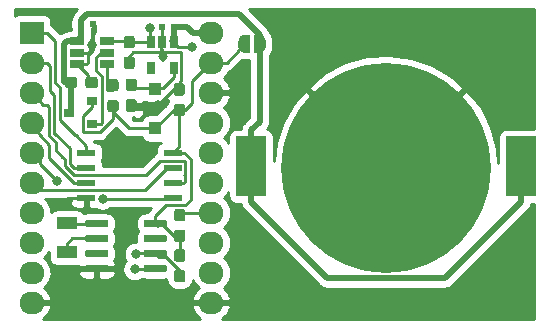
<source format=gbr>
G04 #@! TF.GenerationSoftware,KiCad,Pcbnew,(5.1.5)-3*
G04 #@! TF.CreationDate,2020-05-14T10:30:24-04:00*
G04 #@! TF.ProjectId,ble_mvp_1A-rev2,626c655f-6d76-4705-9f31-412d72657632,rev?*
G04 #@! TF.SameCoordinates,Original*
G04 #@! TF.FileFunction,Copper,L1,Top*
G04 #@! TF.FilePolarity,Positive*
%FSLAX46Y46*%
G04 Gerber Fmt 4.6, Leading zero omitted, Abs format (unit mm)*
G04 Created by KiCad (PCBNEW (5.1.5)-3) date 2020-05-14 10:30:24*
%MOMM*%
%LPD*%
G04 APERTURE LIST*
%ADD10R,1.100000X1.100000*%
%ADD11R,2.100000X1.900000*%
%ADD12O,2.100000X1.900000*%
%ADD13R,1.524000X0.558800*%
%ADD14R,0.900000X0.800000*%
%ADD15R,1.800000X1.000000*%
%ADD16R,0.599999X0.499999*%
%ADD17C,0.100000*%
%ADD18R,0.650000X1.060000*%
%ADD19C,17.780001*%
%ADD20R,2.540000X5.080000*%
%ADD21R,1.220000X0.650000*%
%ADD22C,0.800000*%
%ADD23C,0.250000*%
%ADD24C,0.500000*%
%ADD25C,0.254000*%
G04 APERTURE END LIST*
D10*
X137261600Y-83886760D03*
X137261600Y-87236760D03*
D11*
X126796800Y-79133700D03*
D12*
X142006800Y-79133700D03*
X126796800Y-81673700D03*
X142006800Y-81673700D03*
X126796800Y-84213700D03*
X142006800Y-84213700D03*
X126796800Y-86753700D03*
X142006800Y-86753700D03*
X126796800Y-89293700D03*
X142006800Y-89293700D03*
X126796800Y-91833700D03*
X142006800Y-91833700D03*
X126796800Y-94373700D03*
X142006800Y-94373700D03*
X126796800Y-96913700D03*
X142006800Y-96913700D03*
X126796800Y-99453700D03*
X142006800Y-99453700D03*
X126796800Y-101993700D03*
X142006800Y-101993700D03*
D13*
X138732260Y-89310720D03*
X138732260Y-90580720D03*
X138732260Y-91850720D03*
X138732260Y-93120720D03*
X131442460Y-93120720D03*
X131442460Y-91850720D03*
X131442460Y-90580720D03*
X131442460Y-89310720D03*
D14*
X129949700Y-85886800D03*
X131949700Y-84936800D03*
X131949700Y-86836800D03*
D15*
X129824480Y-95229360D03*
X129824480Y-97729360D03*
D16*
X138828399Y-78633320D03*
X137828401Y-78633320D03*
X132021199Y-78381100D03*
X131021201Y-78381100D03*
G04 #@! TA.AperFunction,SMDPad,CuDef*
D17*
G36*
X139567079Y-83408444D02*
G01*
X139590134Y-83411863D01*
X139612743Y-83417527D01*
X139634687Y-83425379D01*
X139655757Y-83435344D01*
X139675748Y-83447326D01*
X139694468Y-83461210D01*
X139711738Y-83476862D01*
X139727390Y-83494132D01*
X139741274Y-83512852D01*
X139753256Y-83532843D01*
X139763221Y-83553913D01*
X139771073Y-83575857D01*
X139776737Y-83598466D01*
X139780156Y-83621521D01*
X139781300Y-83644800D01*
X139781300Y-84219800D01*
X139780156Y-84243079D01*
X139776737Y-84266134D01*
X139771073Y-84288743D01*
X139763221Y-84310687D01*
X139753256Y-84331757D01*
X139741274Y-84351748D01*
X139727390Y-84370468D01*
X139711738Y-84387738D01*
X139694468Y-84403390D01*
X139675748Y-84417274D01*
X139655757Y-84429256D01*
X139634687Y-84439221D01*
X139612743Y-84447073D01*
X139590134Y-84452737D01*
X139567079Y-84456156D01*
X139543800Y-84457300D01*
X139068800Y-84457300D01*
X139045521Y-84456156D01*
X139022466Y-84452737D01*
X138999857Y-84447073D01*
X138977913Y-84439221D01*
X138956843Y-84429256D01*
X138936852Y-84417274D01*
X138918132Y-84403390D01*
X138900862Y-84387738D01*
X138885210Y-84370468D01*
X138871326Y-84351748D01*
X138859344Y-84331757D01*
X138849379Y-84310687D01*
X138841527Y-84288743D01*
X138835863Y-84266134D01*
X138832444Y-84243079D01*
X138831300Y-84219800D01*
X138831300Y-83644800D01*
X138832444Y-83621521D01*
X138835863Y-83598466D01*
X138841527Y-83575857D01*
X138849379Y-83553913D01*
X138859344Y-83532843D01*
X138871326Y-83512852D01*
X138885210Y-83494132D01*
X138900862Y-83476862D01*
X138918132Y-83461210D01*
X138936852Y-83447326D01*
X138956843Y-83435344D01*
X138977913Y-83425379D01*
X138999857Y-83417527D01*
X139022466Y-83411863D01*
X139045521Y-83408444D01*
X139068800Y-83407300D01*
X139543800Y-83407300D01*
X139567079Y-83408444D01*
G37*
G04 #@! TD.AperFunction*
G04 #@! TA.AperFunction,SMDPad,CuDef*
G36*
X139567079Y-85158444D02*
G01*
X139590134Y-85161863D01*
X139612743Y-85167527D01*
X139634687Y-85175379D01*
X139655757Y-85185344D01*
X139675748Y-85197326D01*
X139694468Y-85211210D01*
X139711738Y-85226862D01*
X139727390Y-85244132D01*
X139741274Y-85262852D01*
X139753256Y-85282843D01*
X139763221Y-85303913D01*
X139771073Y-85325857D01*
X139776737Y-85348466D01*
X139780156Y-85371521D01*
X139781300Y-85394800D01*
X139781300Y-85969800D01*
X139780156Y-85993079D01*
X139776737Y-86016134D01*
X139771073Y-86038743D01*
X139763221Y-86060687D01*
X139753256Y-86081757D01*
X139741274Y-86101748D01*
X139727390Y-86120468D01*
X139711738Y-86137738D01*
X139694468Y-86153390D01*
X139675748Y-86167274D01*
X139655757Y-86179256D01*
X139634687Y-86189221D01*
X139612743Y-86197073D01*
X139590134Y-86202737D01*
X139567079Y-86206156D01*
X139543800Y-86207300D01*
X139068800Y-86207300D01*
X139045521Y-86206156D01*
X139022466Y-86202737D01*
X138999857Y-86197073D01*
X138977913Y-86189221D01*
X138956843Y-86179256D01*
X138936852Y-86167274D01*
X138918132Y-86153390D01*
X138900862Y-86137738D01*
X138885210Y-86120468D01*
X138871326Y-86101748D01*
X138859344Y-86081757D01*
X138849379Y-86060687D01*
X138841527Y-86038743D01*
X138835863Y-86016134D01*
X138832444Y-85993079D01*
X138831300Y-85969800D01*
X138831300Y-85394800D01*
X138832444Y-85371521D01*
X138835863Y-85348466D01*
X138841527Y-85325857D01*
X138849379Y-85303913D01*
X138859344Y-85282843D01*
X138871326Y-85262852D01*
X138885210Y-85244132D01*
X138900862Y-85226862D01*
X138918132Y-85211210D01*
X138936852Y-85197326D01*
X138956843Y-85185344D01*
X138977913Y-85175379D01*
X138999857Y-85167527D01*
X139022466Y-85161863D01*
X139045521Y-85158444D01*
X139068800Y-85157300D01*
X139543800Y-85157300D01*
X139567079Y-85158444D01*
G37*
G04 #@! TD.AperFunction*
G04 #@! TA.AperFunction,SMDPad,CuDef*
G36*
X144815800Y-80815278D02*
G01*
X144791266Y-80815278D01*
X144742435Y-80810468D01*
X144694310Y-80800896D01*
X144647355Y-80786652D01*
X144602022Y-80767875D01*
X144558749Y-80744744D01*
X144517950Y-80717484D01*
X144480021Y-80686356D01*
X144445324Y-80651659D01*
X144414196Y-80613730D01*
X144386936Y-80572931D01*
X144363805Y-80529658D01*
X144345028Y-80484325D01*
X144330784Y-80437370D01*
X144321212Y-80389245D01*
X144316402Y-80340414D01*
X144316402Y-80315880D01*
X144315800Y-80315880D01*
X144315800Y-79815880D01*
X144316402Y-79815880D01*
X144316402Y-79791346D01*
X144321212Y-79742515D01*
X144330784Y-79694390D01*
X144345028Y-79647435D01*
X144363805Y-79602102D01*
X144386936Y-79558829D01*
X144414196Y-79518030D01*
X144445324Y-79480101D01*
X144480021Y-79445404D01*
X144517950Y-79414276D01*
X144558749Y-79387016D01*
X144602022Y-79363885D01*
X144647355Y-79345108D01*
X144694310Y-79330864D01*
X144742435Y-79321292D01*
X144791266Y-79316482D01*
X144815800Y-79316482D01*
X144815800Y-79315880D01*
X145315800Y-79315880D01*
X145315800Y-80815880D01*
X144815800Y-80815880D01*
X144815800Y-80815278D01*
G37*
G04 #@! TD.AperFunction*
G04 #@! TA.AperFunction,SMDPad,CuDef*
G36*
X145615800Y-79315880D02*
G01*
X146115800Y-79315880D01*
X146115800Y-79316482D01*
X146140334Y-79316482D01*
X146189165Y-79321292D01*
X146237290Y-79330864D01*
X146284245Y-79345108D01*
X146329578Y-79363885D01*
X146372851Y-79387016D01*
X146413650Y-79414276D01*
X146451579Y-79445404D01*
X146486276Y-79480101D01*
X146517404Y-79518030D01*
X146544664Y-79558829D01*
X146567795Y-79602102D01*
X146586572Y-79647435D01*
X146600816Y-79694390D01*
X146610388Y-79742515D01*
X146615198Y-79791346D01*
X146615198Y-79815880D01*
X146615800Y-79815880D01*
X146615800Y-80315880D01*
X146615198Y-80315880D01*
X146615198Y-80340414D01*
X146610388Y-80389245D01*
X146600816Y-80437370D01*
X146586572Y-80484325D01*
X146567795Y-80529658D01*
X146544664Y-80572931D01*
X146517404Y-80613730D01*
X146486276Y-80651659D01*
X146451579Y-80686356D01*
X146413650Y-80717484D01*
X146372851Y-80744744D01*
X146329578Y-80767875D01*
X146284245Y-80786652D01*
X146237290Y-80800896D01*
X146189165Y-80810468D01*
X146140334Y-80815278D01*
X146115800Y-80815278D01*
X146115800Y-80815880D01*
X145615800Y-80815880D01*
X145615800Y-79315880D01*
G37*
G04 #@! TD.AperFunction*
G04 #@! TA.AperFunction,SMDPad,CuDef*
G36*
X139595019Y-99213024D02*
G01*
X139618074Y-99216443D01*
X139640683Y-99222107D01*
X139662627Y-99229959D01*
X139683697Y-99239924D01*
X139703688Y-99251906D01*
X139722408Y-99265790D01*
X139739678Y-99281442D01*
X139755330Y-99298712D01*
X139769214Y-99317432D01*
X139781196Y-99337423D01*
X139791161Y-99358493D01*
X139799013Y-99380437D01*
X139804677Y-99403046D01*
X139808096Y-99426101D01*
X139809240Y-99449380D01*
X139809240Y-100024380D01*
X139808096Y-100047659D01*
X139804677Y-100070714D01*
X139799013Y-100093323D01*
X139791161Y-100115267D01*
X139781196Y-100136337D01*
X139769214Y-100156328D01*
X139755330Y-100175048D01*
X139739678Y-100192318D01*
X139722408Y-100207970D01*
X139703688Y-100221854D01*
X139683697Y-100233836D01*
X139662627Y-100243801D01*
X139640683Y-100251653D01*
X139618074Y-100257317D01*
X139595019Y-100260736D01*
X139571740Y-100261880D01*
X139096740Y-100261880D01*
X139073461Y-100260736D01*
X139050406Y-100257317D01*
X139027797Y-100251653D01*
X139005853Y-100243801D01*
X138984783Y-100233836D01*
X138964792Y-100221854D01*
X138946072Y-100207970D01*
X138928802Y-100192318D01*
X138913150Y-100175048D01*
X138899266Y-100156328D01*
X138887284Y-100136337D01*
X138877319Y-100115267D01*
X138869467Y-100093323D01*
X138863803Y-100070714D01*
X138860384Y-100047659D01*
X138859240Y-100024380D01*
X138859240Y-99449380D01*
X138860384Y-99426101D01*
X138863803Y-99403046D01*
X138869467Y-99380437D01*
X138877319Y-99358493D01*
X138887284Y-99337423D01*
X138899266Y-99317432D01*
X138913150Y-99298712D01*
X138928802Y-99281442D01*
X138946072Y-99265790D01*
X138964792Y-99251906D01*
X138984783Y-99239924D01*
X139005853Y-99229959D01*
X139027797Y-99222107D01*
X139050406Y-99216443D01*
X139073461Y-99213024D01*
X139096740Y-99211880D01*
X139571740Y-99211880D01*
X139595019Y-99213024D01*
G37*
G04 #@! TD.AperFunction*
G04 #@! TA.AperFunction,SMDPad,CuDef*
G36*
X139595019Y-97463024D02*
G01*
X139618074Y-97466443D01*
X139640683Y-97472107D01*
X139662627Y-97479959D01*
X139683697Y-97489924D01*
X139703688Y-97501906D01*
X139722408Y-97515790D01*
X139739678Y-97531442D01*
X139755330Y-97548712D01*
X139769214Y-97567432D01*
X139781196Y-97587423D01*
X139791161Y-97608493D01*
X139799013Y-97630437D01*
X139804677Y-97653046D01*
X139808096Y-97676101D01*
X139809240Y-97699380D01*
X139809240Y-98274380D01*
X139808096Y-98297659D01*
X139804677Y-98320714D01*
X139799013Y-98343323D01*
X139791161Y-98365267D01*
X139781196Y-98386337D01*
X139769214Y-98406328D01*
X139755330Y-98425048D01*
X139739678Y-98442318D01*
X139722408Y-98457970D01*
X139703688Y-98471854D01*
X139683697Y-98483836D01*
X139662627Y-98493801D01*
X139640683Y-98501653D01*
X139618074Y-98507317D01*
X139595019Y-98510736D01*
X139571740Y-98511880D01*
X139096740Y-98511880D01*
X139073461Y-98510736D01*
X139050406Y-98507317D01*
X139027797Y-98501653D01*
X139005853Y-98493801D01*
X138984783Y-98483836D01*
X138964792Y-98471854D01*
X138946072Y-98457970D01*
X138928802Y-98442318D01*
X138913150Y-98425048D01*
X138899266Y-98406328D01*
X138887284Y-98386337D01*
X138877319Y-98365267D01*
X138869467Y-98343323D01*
X138863803Y-98320714D01*
X138860384Y-98297659D01*
X138859240Y-98274380D01*
X138859240Y-97699380D01*
X138860384Y-97676101D01*
X138863803Y-97653046D01*
X138869467Y-97630437D01*
X138877319Y-97608493D01*
X138887284Y-97587423D01*
X138899266Y-97567432D01*
X138913150Y-97548712D01*
X138928802Y-97531442D01*
X138946072Y-97515790D01*
X138964792Y-97501906D01*
X138984783Y-97489924D01*
X139005853Y-97479959D01*
X139027797Y-97472107D01*
X139050406Y-97466443D01*
X139073461Y-97463024D01*
X139096740Y-97461880D01*
X139571740Y-97461880D01*
X139595019Y-97463024D01*
G37*
G04 #@! TD.AperFunction*
G04 #@! TA.AperFunction,SMDPad,CuDef*
G36*
X139610259Y-94054344D02*
G01*
X139633314Y-94057763D01*
X139655923Y-94063427D01*
X139677867Y-94071279D01*
X139698937Y-94081244D01*
X139718928Y-94093226D01*
X139737648Y-94107110D01*
X139754918Y-94122762D01*
X139770570Y-94140032D01*
X139784454Y-94158752D01*
X139796436Y-94178743D01*
X139806401Y-94199813D01*
X139814253Y-94221757D01*
X139819917Y-94244366D01*
X139823336Y-94267421D01*
X139824480Y-94290700D01*
X139824480Y-94865700D01*
X139823336Y-94888979D01*
X139819917Y-94912034D01*
X139814253Y-94934643D01*
X139806401Y-94956587D01*
X139796436Y-94977657D01*
X139784454Y-94997648D01*
X139770570Y-95016368D01*
X139754918Y-95033638D01*
X139737648Y-95049290D01*
X139718928Y-95063174D01*
X139698937Y-95075156D01*
X139677867Y-95085121D01*
X139655923Y-95092973D01*
X139633314Y-95098637D01*
X139610259Y-95102056D01*
X139586980Y-95103200D01*
X139111980Y-95103200D01*
X139088701Y-95102056D01*
X139065646Y-95098637D01*
X139043037Y-95092973D01*
X139021093Y-95085121D01*
X139000023Y-95075156D01*
X138980032Y-95063174D01*
X138961312Y-95049290D01*
X138944042Y-95033638D01*
X138928390Y-95016368D01*
X138914506Y-94997648D01*
X138902524Y-94977657D01*
X138892559Y-94956587D01*
X138884707Y-94934643D01*
X138879043Y-94912034D01*
X138875624Y-94888979D01*
X138874480Y-94865700D01*
X138874480Y-94290700D01*
X138875624Y-94267421D01*
X138879043Y-94244366D01*
X138884707Y-94221757D01*
X138892559Y-94199813D01*
X138902524Y-94178743D01*
X138914506Y-94158752D01*
X138928390Y-94140032D01*
X138944042Y-94122762D01*
X138961312Y-94107110D01*
X138980032Y-94093226D01*
X139000023Y-94081244D01*
X139021093Y-94071279D01*
X139043037Y-94063427D01*
X139065646Y-94057763D01*
X139088701Y-94054344D01*
X139111980Y-94053200D01*
X139586980Y-94053200D01*
X139610259Y-94054344D01*
G37*
G04 #@! TD.AperFunction*
G04 #@! TA.AperFunction,SMDPad,CuDef*
G36*
X139610259Y-95804344D02*
G01*
X139633314Y-95807763D01*
X139655923Y-95813427D01*
X139677867Y-95821279D01*
X139698937Y-95831244D01*
X139718928Y-95843226D01*
X139737648Y-95857110D01*
X139754918Y-95872762D01*
X139770570Y-95890032D01*
X139784454Y-95908752D01*
X139796436Y-95928743D01*
X139806401Y-95949813D01*
X139814253Y-95971757D01*
X139819917Y-95994366D01*
X139823336Y-96017421D01*
X139824480Y-96040700D01*
X139824480Y-96615700D01*
X139823336Y-96638979D01*
X139819917Y-96662034D01*
X139814253Y-96684643D01*
X139806401Y-96706587D01*
X139796436Y-96727657D01*
X139784454Y-96747648D01*
X139770570Y-96766368D01*
X139754918Y-96783638D01*
X139737648Y-96799290D01*
X139718928Y-96813174D01*
X139698937Y-96825156D01*
X139677867Y-96835121D01*
X139655923Y-96842973D01*
X139633314Y-96848637D01*
X139610259Y-96852056D01*
X139586980Y-96853200D01*
X139111980Y-96853200D01*
X139088701Y-96852056D01*
X139065646Y-96848637D01*
X139043037Y-96842973D01*
X139021093Y-96835121D01*
X139000023Y-96825156D01*
X138980032Y-96813174D01*
X138961312Y-96799290D01*
X138944042Y-96783638D01*
X138928390Y-96766368D01*
X138914506Y-96747648D01*
X138902524Y-96727657D01*
X138892559Y-96706587D01*
X138884707Y-96684643D01*
X138879043Y-96662034D01*
X138875624Y-96638979D01*
X138874480Y-96615700D01*
X138874480Y-96040700D01*
X138875624Y-96017421D01*
X138879043Y-95994366D01*
X138884707Y-95971757D01*
X138892559Y-95949813D01*
X138902524Y-95928743D01*
X138914506Y-95908752D01*
X138928390Y-95890032D01*
X138944042Y-95872762D01*
X138961312Y-95857110D01*
X138980032Y-95843226D01*
X139000023Y-95831244D01*
X139021093Y-95821279D01*
X139043037Y-95813427D01*
X139065646Y-95807763D01*
X139088701Y-95804344D01*
X139111980Y-95803200D01*
X139586980Y-95803200D01*
X139610259Y-95804344D01*
G37*
G04 #@! TD.AperFunction*
G04 #@! TA.AperFunction,SMDPad,CuDef*
G36*
X138102343Y-94986282D02*
G01*
X138116904Y-94988442D01*
X138131183Y-94992019D01*
X138145043Y-94996978D01*
X138158350Y-95003272D01*
X138170976Y-95010840D01*
X138182799Y-95019608D01*
X138193706Y-95029494D01*
X138203592Y-95040401D01*
X138212360Y-95052224D01*
X138219928Y-95064850D01*
X138226222Y-95078157D01*
X138231181Y-95092017D01*
X138234758Y-95106296D01*
X138236918Y-95120857D01*
X138237640Y-95135560D01*
X138237640Y-95435560D01*
X138236918Y-95450263D01*
X138234758Y-95464824D01*
X138231181Y-95479103D01*
X138226222Y-95492963D01*
X138219928Y-95506270D01*
X138212360Y-95518896D01*
X138203592Y-95530719D01*
X138193706Y-95541626D01*
X138182799Y-95551512D01*
X138170976Y-95560280D01*
X138158350Y-95567848D01*
X138145043Y-95574142D01*
X138131183Y-95579101D01*
X138116904Y-95582678D01*
X138102343Y-95584838D01*
X138087640Y-95585560D01*
X136437640Y-95585560D01*
X136422937Y-95584838D01*
X136408376Y-95582678D01*
X136394097Y-95579101D01*
X136380237Y-95574142D01*
X136366930Y-95567848D01*
X136354304Y-95560280D01*
X136342481Y-95551512D01*
X136331574Y-95541626D01*
X136321688Y-95530719D01*
X136312920Y-95518896D01*
X136305352Y-95506270D01*
X136299058Y-95492963D01*
X136294099Y-95479103D01*
X136290522Y-95464824D01*
X136288362Y-95450263D01*
X136287640Y-95435560D01*
X136287640Y-95135560D01*
X136288362Y-95120857D01*
X136290522Y-95106296D01*
X136294099Y-95092017D01*
X136299058Y-95078157D01*
X136305352Y-95064850D01*
X136312920Y-95052224D01*
X136321688Y-95040401D01*
X136331574Y-95029494D01*
X136342481Y-95019608D01*
X136354304Y-95010840D01*
X136366930Y-95003272D01*
X136380237Y-94996978D01*
X136394097Y-94992019D01*
X136408376Y-94988442D01*
X136422937Y-94986282D01*
X136437640Y-94985560D01*
X138087640Y-94985560D01*
X138102343Y-94986282D01*
G37*
G04 #@! TD.AperFunction*
G04 #@! TA.AperFunction,SMDPad,CuDef*
G36*
X138102343Y-96256282D02*
G01*
X138116904Y-96258442D01*
X138131183Y-96262019D01*
X138145043Y-96266978D01*
X138158350Y-96273272D01*
X138170976Y-96280840D01*
X138182799Y-96289608D01*
X138193706Y-96299494D01*
X138203592Y-96310401D01*
X138212360Y-96322224D01*
X138219928Y-96334850D01*
X138226222Y-96348157D01*
X138231181Y-96362017D01*
X138234758Y-96376296D01*
X138236918Y-96390857D01*
X138237640Y-96405560D01*
X138237640Y-96705560D01*
X138236918Y-96720263D01*
X138234758Y-96734824D01*
X138231181Y-96749103D01*
X138226222Y-96762963D01*
X138219928Y-96776270D01*
X138212360Y-96788896D01*
X138203592Y-96800719D01*
X138193706Y-96811626D01*
X138182799Y-96821512D01*
X138170976Y-96830280D01*
X138158350Y-96837848D01*
X138145043Y-96844142D01*
X138131183Y-96849101D01*
X138116904Y-96852678D01*
X138102343Y-96854838D01*
X138087640Y-96855560D01*
X136437640Y-96855560D01*
X136422937Y-96854838D01*
X136408376Y-96852678D01*
X136394097Y-96849101D01*
X136380237Y-96844142D01*
X136366930Y-96837848D01*
X136354304Y-96830280D01*
X136342481Y-96821512D01*
X136331574Y-96811626D01*
X136321688Y-96800719D01*
X136312920Y-96788896D01*
X136305352Y-96776270D01*
X136299058Y-96762963D01*
X136294099Y-96749103D01*
X136290522Y-96734824D01*
X136288362Y-96720263D01*
X136287640Y-96705560D01*
X136287640Y-96405560D01*
X136288362Y-96390857D01*
X136290522Y-96376296D01*
X136294099Y-96362017D01*
X136299058Y-96348157D01*
X136305352Y-96334850D01*
X136312920Y-96322224D01*
X136321688Y-96310401D01*
X136331574Y-96299494D01*
X136342481Y-96289608D01*
X136354304Y-96280840D01*
X136366930Y-96273272D01*
X136380237Y-96266978D01*
X136394097Y-96262019D01*
X136408376Y-96258442D01*
X136422937Y-96256282D01*
X136437640Y-96255560D01*
X138087640Y-96255560D01*
X138102343Y-96256282D01*
G37*
G04 #@! TD.AperFunction*
G04 #@! TA.AperFunction,SMDPad,CuDef*
G36*
X138102343Y-97526282D02*
G01*
X138116904Y-97528442D01*
X138131183Y-97532019D01*
X138145043Y-97536978D01*
X138158350Y-97543272D01*
X138170976Y-97550840D01*
X138182799Y-97559608D01*
X138193706Y-97569494D01*
X138203592Y-97580401D01*
X138212360Y-97592224D01*
X138219928Y-97604850D01*
X138226222Y-97618157D01*
X138231181Y-97632017D01*
X138234758Y-97646296D01*
X138236918Y-97660857D01*
X138237640Y-97675560D01*
X138237640Y-97975560D01*
X138236918Y-97990263D01*
X138234758Y-98004824D01*
X138231181Y-98019103D01*
X138226222Y-98032963D01*
X138219928Y-98046270D01*
X138212360Y-98058896D01*
X138203592Y-98070719D01*
X138193706Y-98081626D01*
X138182799Y-98091512D01*
X138170976Y-98100280D01*
X138158350Y-98107848D01*
X138145043Y-98114142D01*
X138131183Y-98119101D01*
X138116904Y-98122678D01*
X138102343Y-98124838D01*
X138087640Y-98125560D01*
X136437640Y-98125560D01*
X136422937Y-98124838D01*
X136408376Y-98122678D01*
X136394097Y-98119101D01*
X136380237Y-98114142D01*
X136366930Y-98107848D01*
X136354304Y-98100280D01*
X136342481Y-98091512D01*
X136331574Y-98081626D01*
X136321688Y-98070719D01*
X136312920Y-98058896D01*
X136305352Y-98046270D01*
X136299058Y-98032963D01*
X136294099Y-98019103D01*
X136290522Y-98004824D01*
X136288362Y-97990263D01*
X136287640Y-97975560D01*
X136287640Y-97675560D01*
X136288362Y-97660857D01*
X136290522Y-97646296D01*
X136294099Y-97632017D01*
X136299058Y-97618157D01*
X136305352Y-97604850D01*
X136312920Y-97592224D01*
X136321688Y-97580401D01*
X136331574Y-97569494D01*
X136342481Y-97559608D01*
X136354304Y-97550840D01*
X136366930Y-97543272D01*
X136380237Y-97536978D01*
X136394097Y-97532019D01*
X136408376Y-97528442D01*
X136422937Y-97526282D01*
X136437640Y-97525560D01*
X138087640Y-97525560D01*
X138102343Y-97526282D01*
G37*
G04 #@! TD.AperFunction*
G04 #@! TA.AperFunction,SMDPad,CuDef*
G36*
X138102343Y-98796282D02*
G01*
X138116904Y-98798442D01*
X138131183Y-98802019D01*
X138145043Y-98806978D01*
X138158350Y-98813272D01*
X138170976Y-98820840D01*
X138182799Y-98829608D01*
X138193706Y-98839494D01*
X138203592Y-98850401D01*
X138212360Y-98862224D01*
X138219928Y-98874850D01*
X138226222Y-98888157D01*
X138231181Y-98902017D01*
X138234758Y-98916296D01*
X138236918Y-98930857D01*
X138237640Y-98945560D01*
X138237640Y-99245560D01*
X138236918Y-99260263D01*
X138234758Y-99274824D01*
X138231181Y-99289103D01*
X138226222Y-99302963D01*
X138219928Y-99316270D01*
X138212360Y-99328896D01*
X138203592Y-99340719D01*
X138193706Y-99351626D01*
X138182799Y-99361512D01*
X138170976Y-99370280D01*
X138158350Y-99377848D01*
X138145043Y-99384142D01*
X138131183Y-99389101D01*
X138116904Y-99392678D01*
X138102343Y-99394838D01*
X138087640Y-99395560D01*
X136437640Y-99395560D01*
X136422937Y-99394838D01*
X136408376Y-99392678D01*
X136394097Y-99389101D01*
X136380237Y-99384142D01*
X136366930Y-99377848D01*
X136354304Y-99370280D01*
X136342481Y-99361512D01*
X136331574Y-99351626D01*
X136321688Y-99340719D01*
X136312920Y-99328896D01*
X136305352Y-99316270D01*
X136299058Y-99302963D01*
X136294099Y-99289103D01*
X136290522Y-99274824D01*
X136288362Y-99260263D01*
X136287640Y-99245560D01*
X136287640Y-98945560D01*
X136288362Y-98930857D01*
X136290522Y-98916296D01*
X136294099Y-98902017D01*
X136299058Y-98888157D01*
X136305352Y-98874850D01*
X136312920Y-98862224D01*
X136321688Y-98850401D01*
X136331574Y-98839494D01*
X136342481Y-98829608D01*
X136354304Y-98820840D01*
X136366930Y-98813272D01*
X136380237Y-98806978D01*
X136394097Y-98802019D01*
X136408376Y-98798442D01*
X136422937Y-98796282D01*
X136437640Y-98795560D01*
X138087640Y-98795560D01*
X138102343Y-98796282D01*
G37*
G04 #@! TD.AperFunction*
G04 #@! TA.AperFunction,SMDPad,CuDef*
G36*
X133152343Y-98796282D02*
G01*
X133166904Y-98798442D01*
X133181183Y-98802019D01*
X133195043Y-98806978D01*
X133208350Y-98813272D01*
X133220976Y-98820840D01*
X133232799Y-98829608D01*
X133243706Y-98839494D01*
X133253592Y-98850401D01*
X133262360Y-98862224D01*
X133269928Y-98874850D01*
X133276222Y-98888157D01*
X133281181Y-98902017D01*
X133284758Y-98916296D01*
X133286918Y-98930857D01*
X133287640Y-98945560D01*
X133287640Y-99245560D01*
X133286918Y-99260263D01*
X133284758Y-99274824D01*
X133281181Y-99289103D01*
X133276222Y-99302963D01*
X133269928Y-99316270D01*
X133262360Y-99328896D01*
X133253592Y-99340719D01*
X133243706Y-99351626D01*
X133232799Y-99361512D01*
X133220976Y-99370280D01*
X133208350Y-99377848D01*
X133195043Y-99384142D01*
X133181183Y-99389101D01*
X133166904Y-99392678D01*
X133152343Y-99394838D01*
X133137640Y-99395560D01*
X131487640Y-99395560D01*
X131472937Y-99394838D01*
X131458376Y-99392678D01*
X131444097Y-99389101D01*
X131430237Y-99384142D01*
X131416930Y-99377848D01*
X131404304Y-99370280D01*
X131392481Y-99361512D01*
X131381574Y-99351626D01*
X131371688Y-99340719D01*
X131362920Y-99328896D01*
X131355352Y-99316270D01*
X131349058Y-99302963D01*
X131344099Y-99289103D01*
X131340522Y-99274824D01*
X131338362Y-99260263D01*
X131337640Y-99245560D01*
X131337640Y-98945560D01*
X131338362Y-98930857D01*
X131340522Y-98916296D01*
X131344099Y-98902017D01*
X131349058Y-98888157D01*
X131355352Y-98874850D01*
X131362920Y-98862224D01*
X131371688Y-98850401D01*
X131381574Y-98839494D01*
X131392481Y-98829608D01*
X131404304Y-98820840D01*
X131416930Y-98813272D01*
X131430237Y-98806978D01*
X131444097Y-98802019D01*
X131458376Y-98798442D01*
X131472937Y-98796282D01*
X131487640Y-98795560D01*
X133137640Y-98795560D01*
X133152343Y-98796282D01*
G37*
G04 #@! TD.AperFunction*
G04 #@! TA.AperFunction,SMDPad,CuDef*
G36*
X133152343Y-97526282D02*
G01*
X133166904Y-97528442D01*
X133181183Y-97532019D01*
X133195043Y-97536978D01*
X133208350Y-97543272D01*
X133220976Y-97550840D01*
X133232799Y-97559608D01*
X133243706Y-97569494D01*
X133253592Y-97580401D01*
X133262360Y-97592224D01*
X133269928Y-97604850D01*
X133276222Y-97618157D01*
X133281181Y-97632017D01*
X133284758Y-97646296D01*
X133286918Y-97660857D01*
X133287640Y-97675560D01*
X133287640Y-97975560D01*
X133286918Y-97990263D01*
X133284758Y-98004824D01*
X133281181Y-98019103D01*
X133276222Y-98032963D01*
X133269928Y-98046270D01*
X133262360Y-98058896D01*
X133253592Y-98070719D01*
X133243706Y-98081626D01*
X133232799Y-98091512D01*
X133220976Y-98100280D01*
X133208350Y-98107848D01*
X133195043Y-98114142D01*
X133181183Y-98119101D01*
X133166904Y-98122678D01*
X133152343Y-98124838D01*
X133137640Y-98125560D01*
X131487640Y-98125560D01*
X131472937Y-98124838D01*
X131458376Y-98122678D01*
X131444097Y-98119101D01*
X131430237Y-98114142D01*
X131416930Y-98107848D01*
X131404304Y-98100280D01*
X131392481Y-98091512D01*
X131381574Y-98081626D01*
X131371688Y-98070719D01*
X131362920Y-98058896D01*
X131355352Y-98046270D01*
X131349058Y-98032963D01*
X131344099Y-98019103D01*
X131340522Y-98004824D01*
X131338362Y-97990263D01*
X131337640Y-97975560D01*
X131337640Y-97675560D01*
X131338362Y-97660857D01*
X131340522Y-97646296D01*
X131344099Y-97632017D01*
X131349058Y-97618157D01*
X131355352Y-97604850D01*
X131362920Y-97592224D01*
X131371688Y-97580401D01*
X131381574Y-97569494D01*
X131392481Y-97559608D01*
X131404304Y-97550840D01*
X131416930Y-97543272D01*
X131430237Y-97536978D01*
X131444097Y-97532019D01*
X131458376Y-97528442D01*
X131472937Y-97526282D01*
X131487640Y-97525560D01*
X133137640Y-97525560D01*
X133152343Y-97526282D01*
G37*
G04 #@! TD.AperFunction*
G04 #@! TA.AperFunction,SMDPad,CuDef*
G36*
X133152343Y-96256282D02*
G01*
X133166904Y-96258442D01*
X133181183Y-96262019D01*
X133195043Y-96266978D01*
X133208350Y-96273272D01*
X133220976Y-96280840D01*
X133232799Y-96289608D01*
X133243706Y-96299494D01*
X133253592Y-96310401D01*
X133262360Y-96322224D01*
X133269928Y-96334850D01*
X133276222Y-96348157D01*
X133281181Y-96362017D01*
X133284758Y-96376296D01*
X133286918Y-96390857D01*
X133287640Y-96405560D01*
X133287640Y-96705560D01*
X133286918Y-96720263D01*
X133284758Y-96734824D01*
X133281181Y-96749103D01*
X133276222Y-96762963D01*
X133269928Y-96776270D01*
X133262360Y-96788896D01*
X133253592Y-96800719D01*
X133243706Y-96811626D01*
X133232799Y-96821512D01*
X133220976Y-96830280D01*
X133208350Y-96837848D01*
X133195043Y-96844142D01*
X133181183Y-96849101D01*
X133166904Y-96852678D01*
X133152343Y-96854838D01*
X133137640Y-96855560D01*
X131487640Y-96855560D01*
X131472937Y-96854838D01*
X131458376Y-96852678D01*
X131444097Y-96849101D01*
X131430237Y-96844142D01*
X131416930Y-96837848D01*
X131404304Y-96830280D01*
X131392481Y-96821512D01*
X131381574Y-96811626D01*
X131371688Y-96800719D01*
X131362920Y-96788896D01*
X131355352Y-96776270D01*
X131349058Y-96762963D01*
X131344099Y-96749103D01*
X131340522Y-96734824D01*
X131338362Y-96720263D01*
X131337640Y-96705560D01*
X131337640Y-96405560D01*
X131338362Y-96390857D01*
X131340522Y-96376296D01*
X131344099Y-96362017D01*
X131349058Y-96348157D01*
X131355352Y-96334850D01*
X131362920Y-96322224D01*
X131371688Y-96310401D01*
X131381574Y-96299494D01*
X131392481Y-96289608D01*
X131404304Y-96280840D01*
X131416930Y-96273272D01*
X131430237Y-96266978D01*
X131444097Y-96262019D01*
X131458376Y-96258442D01*
X131472937Y-96256282D01*
X131487640Y-96255560D01*
X133137640Y-96255560D01*
X133152343Y-96256282D01*
G37*
G04 #@! TD.AperFunction*
G04 #@! TA.AperFunction,SMDPad,CuDef*
G36*
X133152343Y-94986282D02*
G01*
X133166904Y-94988442D01*
X133181183Y-94992019D01*
X133195043Y-94996978D01*
X133208350Y-95003272D01*
X133220976Y-95010840D01*
X133232799Y-95019608D01*
X133243706Y-95029494D01*
X133253592Y-95040401D01*
X133262360Y-95052224D01*
X133269928Y-95064850D01*
X133276222Y-95078157D01*
X133281181Y-95092017D01*
X133284758Y-95106296D01*
X133286918Y-95120857D01*
X133287640Y-95135560D01*
X133287640Y-95435560D01*
X133286918Y-95450263D01*
X133284758Y-95464824D01*
X133281181Y-95479103D01*
X133276222Y-95492963D01*
X133269928Y-95506270D01*
X133262360Y-95518896D01*
X133253592Y-95530719D01*
X133243706Y-95541626D01*
X133232799Y-95551512D01*
X133220976Y-95560280D01*
X133208350Y-95567848D01*
X133195043Y-95574142D01*
X133181183Y-95579101D01*
X133166904Y-95582678D01*
X133152343Y-95584838D01*
X133137640Y-95585560D01*
X131487640Y-95585560D01*
X131472937Y-95584838D01*
X131458376Y-95582678D01*
X131444097Y-95579101D01*
X131430237Y-95574142D01*
X131416930Y-95567848D01*
X131404304Y-95560280D01*
X131392481Y-95551512D01*
X131381574Y-95541626D01*
X131371688Y-95530719D01*
X131362920Y-95518896D01*
X131355352Y-95506270D01*
X131349058Y-95492963D01*
X131344099Y-95479103D01*
X131340522Y-95464824D01*
X131338362Y-95450263D01*
X131337640Y-95435560D01*
X131337640Y-95135560D01*
X131338362Y-95120857D01*
X131340522Y-95106296D01*
X131344099Y-95092017D01*
X131349058Y-95078157D01*
X131355352Y-95064850D01*
X131362920Y-95052224D01*
X131371688Y-95040401D01*
X131381574Y-95029494D01*
X131392481Y-95019608D01*
X131404304Y-95010840D01*
X131416930Y-95003272D01*
X131430237Y-94996978D01*
X131444097Y-94992019D01*
X131458376Y-94988442D01*
X131472937Y-94986282D01*
X131487640Y-94985560D01*
X133137640Y-94985560D01*
X133152343Y-94986282D01*
G37*
G04 #@! TD.AperFunction*
D18*
X138831360Y-79935200D03*
X137881360Y-79935200D03*
X136931360Y-79935200D03*
X136931360Y-82135200D03*
X138831360Y-82135200D03*
G04 #@! TA.AperFunction,SMDPad,CuDef*
D17*
G36*
X135495459Y-83014744D02*
G01*
X135518514Y-83018163D01*
X135541123Y-83023827D01*
X135563067Y-83031679D01*
X135584137Y-83041644D01*
X135604128Y-83053626D01*
X135622848Y-83067510D01*
X135640118Y-83083162D01*
X135655770Y-83100432D01*
X135669654Y-83119152D01*
X135681636Y-83139143D01*
X135691601Y-83160213D01*
X135699453Y-83182157D01*
X135705117Y-83204766D01*
X135708536Y-83227821D01*
X135709680Y-83251100D01*
X135709680Y-83826100D01*
X135708536Y-83849379D01*
X135705117Y-83872434D01*
X135699453Y-83895043D01*
X135691601Y-83916987D01*
X135681636Y-83938057D01*
X135669654Y-83958048D01*
X135655770Y-83976768D01*
X135640118Y-83994038D01*
X135622848Y-84009690D01*
X135604128Y-84023574D01*
X135584137Y-84035556D01*
X135563067Y-84045521D01*
X135541123Y-84053373D01*
X135518514Y-84059037D01*
X135495459Y-84062456D01*
X135472180Y-84063600D01*
X134997180Y-84063600D01*
X134973901Y-84062456D01*
X134950846Y-84059037D01*
X134928237Y-84053373D01*
X134906293Y-84045521D01*
X134885223Y-84035556D01*
X134865232Y-84023574D01*
X134846512Y-84009690D01*
X134829242Y-83994038D01*
X134813590Y-83976768D01*
X134799706Y-83958048D01*
X134787724Y-83938057D01*
X134777759Y-83916987D01*
X134769907Y-83895043D01*
X134764243Y-83872434D01*
X134760824Y-83849379D01*
X134759680Y-83826100D01*
X134759680Y-83251100D01*
X134760824Y-83227821D01*
X134764243Y-83204766D01*
X134769907Y-83182157D01*
X134777759Y-83160213D01*
X134787724Y-83139143D01*
X134799706Y-83119152D01*
X134813590Y-83100432D01*
X134829242Y-83083162D01*
X134846512Y-83067510D01*
X134865232Y-83053626D01*
X134885223Y-83041644D01*
X134906293Y-83031679D01*
X134928237Y-83023827D01*
X134950846Y-83018163D01*
X134973901Y-83014744D01*
X134997180Y-83013600D01*
X135472180Y-83013600D01*
X135495459Y-83014744D01*
G37*
G04 #@! TD.AperFunction*
G04 #@! TA.AperFunction,SMDPad,CuDef*
G36*
X135495459Y-84764744D02*
G01*
X135518514Y-84768163D01*
X135541123Y-84773827D01*
X135563067Y-84781679D01*
X135584137Y-84791644D01*
X135604128Y-84803626D01*
X135622848Y-84817510D01*
X135640118Y-84833162D01*
X135655770Y-84850432D01*
X135669654Y-84869152D01*
X135681636Y-84889143D01*
X135691601Y-84910213D01*
X135699453Y-84932157D01*
X135705117Y-84954766D01*
X135708536Y-84977821D01*
X135709680Y-85001100D01*
X135709680Y-85576100D01*
X135708536Y-85599379D01*
X135705117Y-85622434D01*
X135699453Y-85645043D01*
X135691601Y-85666987D01*
X135681636Y-85688057D01*
X135669654Y-85708048D01*
X135655770Y-85726768D01*
X135640118Y-85744038D01*
X135622848Y-85759690D01*
X135604128Y-85773574D01*
X135584137Y-85785556D01*
X135563067Y-85795521D01*
X135541123Y-85803373D01*
X135518514Y-85809037D01*
X135495459Y-85812456D01*
X135472180Y-85813600D01*
X134997180Y-85813600D01*
X134973901Y-85812456D01*
X134950846Y-85809037D01*
X134928237Y-85803373D01*
X134906293Y-85795521D01*
X134885223Y-85785556D01*
X134865232Y-85773574D01*
X134846512Y-85759690D01*
X134829242Y-85744038D01*
X134813590Y-85726768D01*
X134799706Y-85708048D01*
X134787724Y-85688057D01*
X134777759Y-85666987D01*
X134769907Y-85645043D01*
X134764243Y-85622434D01*
X134760824Y-85599379D01*
X134759680Y-85576100D01*
X134759680Y-85001100D01*
X134760824Y-84977821D01*
X134764243Y-84954766D01*
X134769907Y-84932157D01*
X134777759Y-84910213D01*
X134787724Y-84889143D01*
X134799706Y-84869152D01*
X134813590Y-84850432D01*
X134829242Y-84833162D01*
X134846512Y-84817510D01*
X134865232Y-84803626D01*
X134885223Y-84791644D01*
X134906293Y-84781679D01*
X134928237Y-84773827D01*
X134950846Y-84768163D01*
X134973901Y-84764744D01*
X134997180Y-84763600D01*
X135472180Y-84763600D01*
X135495459Y-84764744D01*
G37*
G04 #@! TD.AperFunction*
G04 #@! TA.AperFunction,SMDPad,CuDef*
G36*
X135325279Y-79395244D02*
G01*
X135348334Y-79398663D01*
X135370943Y-79404327D01*
X135392887Y-79412179D01*
X135413957Y-79422144D01*
X135433948Y-79434126D01*
X135452668Y-79448010D01*
X135469938Y-79463662D01*
X135485590Y-79480932D01*
X135499474Y-79499652D01*
X135511456Y-79519643D01*
X135521421Y-79540713D01*
X135529273Y-79562657D01*
X135534937Y-79585266D01*
X135538356Y-79608321D01*
X135539500Y-79631600D01*
X135539500Y-80206600D01*
X135538356Y-80229879D01*
X135534937Y-80252934D01*
X135529273Y-80275543D01*
X135521421Y-80297487D01*
X135511456Y-80318557D01*
X135499474Y-80338548D01*
X135485590Y-80357268D01*
X135469938Y-80374538D01*
X135452668Y-80390190D01*
X135433948Y-80404074D01*
X135413957Y-80416056D01*
X135392887Y-80426021D01*
X135370943Y-80433873D01*
X135348334Y-80439537D01*
X135325279Y-80442956D01*
X135302000Y-80444100D01*
X134827000Y-80444100D01*
X134803721Y-80442956D01*
X134780666Y-80439537D01*
X134758057Y-80433873D01*
X134736113Y-80426021D01*
X134715043Y-80416056D01*
X134695052Y-80404074D01*
X134676332Y-80390190D01*
X134659062Y-80374538D01*
X134643410Y-80357268D01*
X134629526Y-80338548D01*
X134617544Y-80318557D01*
X134607579Y-80297487D01*
X134599727Y-80275543D01*
X134594063Y-80252934D01*
X134590644Y-80229879D01*
X134589500Y-80206600D01*
X134589500Y-79631600D01*
X134590644Y-79608321D01*
X134594063Y-79585266D01*
X134599727Y-79562657D01*
X134607579Y-79540713D01*
X134617544Y-79519643D01*
X134629526Y-79499652D01*
X134643410Y-79480932D01*
X134659062Y-79463662D01*
X134676332Y-79448010D01*
X134695052Y-79434126D01*
X134715043Y-79422144D01*
X134736113Y-79412179D01*
X134758057Y-79404327D01*
X134780666Y-79398663D01*
X134803721Y-79395244D01*
X134827000Y-79394100D01*
X135302000Y-79394100D01*
X135325279Y-79395244D01*
G37*
G04 #@! TD.AperFunction*
G04 #@! TA.AperFunction,SMDPad,CuDef*
G36*
X135325279Y-81145244D02*
G01*
X135348334Y-81148663D01*
X135370943Y-81154327D01*
X135392887Y-81162179D01*
X135413957Y-81172144D01*
X135433948Y-81184126D01*
X135452668Y-81198010D01*
X135469938Y-81213662D01*
X135485590Y-81230932D01*
X135499474Y-81249652D01*
X135511456Y-81269643D01*
X135521421Y-81290713D01*
X135529273Y-81312657D01*
X135534937Y-81335266D01*
X135538356Y-81358321D01*
X135539500Y-81381600D01*
X135539500Y-81956600D01*
X135538356Y-81979879D01*
X135534937Y-82002934D01*
X135529273Y-82025543D01*
X135521421Y-82047487D01*
X135511456Y-82068557D01*
X135499474Y-82088548D01*
X135485590Y-82107268D01*
X135469938Y-82124538D01*
X135452668Y-82140190D01*
X135433948Y-82154074D01*
X135413957Y-82166056D01*
X135392887Y-82176021D01*
X135370943Y-82183873D01*
X135348334Y-82189537D01*
X135325279Y-82192956D01*
X135302000Y-82194100D01*
X134827000Y-82194100D01*
X134803721Y-82192956D01*
X134780666Y-82189537D01*
X134758057Y-82183873D01*
X134736113Y-82176021D01*
X134715043Y-82166056D01*
X134695052Y-82154074D01*
X134676332Y-82140190D01*
X134659062Y-82124538D01*
X134643410Y-82107268D01*
X134629526Y-82088548D01*
X134617544Y-82068557D01*
X134607579Y-82047487D01*
X134599727Y-82025543D01*
X134594063Y-82002934D01*
X134590644Y-81979879D01*
X134589500Y-81956600D01*
X134589500Y-81381600D01*
X134590644Y-81358321D01*
X134594063Y-81335266D01*
X134599727Y-81312657D01*
X134607579Y-81290713D01*
X134617544Y-81269643D01*
X134629526Y-81249652D01*
X134643410Y-81230932D01*
X134659062Y-81213662D01*
X134676332Y-81198010D01*
X134695052Y-81184126D01*
X134715043Y-81172144D01*
X134736113Y-81162179D01*
X134758057Y-81154327D01*
X134780666Y-81148663D01*
X134803721Y-81145244D01*
X134827000Y-81144100D01*
X135302000Y-81144100D01*
X135325279Y-81145244D01*
G37*
G04 #@! TD.AperFunction*
D19*
X156804360Y-90571320D03*
D20*
X168234360Y-90444320D03*
X145374360Y-90444320D03*
D21*
X133224900Y-79856800D03*
X133224900Y-80806800D03*
X133224900Y-81756800D03*
X130604900Y-81756800D03*
X130604900Y-80806800D03*
X130604900Y-79856800D03*
G04 #@! TA.AperFunction,SMDPad,CuDef*
D17*
G36*
X133946059Y-83050304D02*
G01*
X133969114Y-83053723D01*
X133991723Y-83059387D01*
X134013667Y-83067239D01*
X134034737Y-83077204D01*
X134054728Y-83089186D01*
X134073448Y-83103070D01*
X134090718Y-83118722D01*
X134106370Y-83135992D01*
X134120254Y-83154712D01*
X134132236Y-83174703D01*
X134142201Y-83195773D01*
X134150053Y-83217717D01*
X134155717Y-83240326D01*
X134159136Y-83263381D01*
X134160280Y-83286660D01*
X134160280Y-83861660D01*
X134159136Y-83884939D01*
X134155717Y-83907994D01*
X134150053Y-83930603D01*
X134142201Y-83952547D01*
X134132236Y-83973617D01*
X134120254Y-83993608D01*
X134106370Y-84012328D01*
X134090718Y-84029598D01*
X134073448Y-84045250D01*
X134054728Y-84059134D01*
X134034737Y-84071116D01*
X134013667Y-84081081D01*
X133991723Y-84088933D01*
X133969114Y-84094597D01*
X133946059Y-84098016D01*
X133922780Y-84099160D01*
X133447780Y-84099160D01*
X133424501Y-84098016D01*
X133401446Y-84094597D01*
X133378837Y-84088933D01*
X133356893Y-84081081D01*
X133335823Y-84071116D01*
X133315832Y-84059134D01*
X133297112Y-84045250D01*
X133279842Y-84029598D01*
X133264190Y-84012328D01*
X133250306Y-83993608D01*
X133238324Y-83973617D01*
X133228359Y-83952547D01*
X133220507Y-83930603D01*
X133214843Y-83907994D01*
X133211424Y-83884939D01*
X133210280Y-83861660D01*
X133210280Y-83286660D01*
X133211424Y-83263381D01*
X133214843Y-83240326D01*
X133220507Y-83217717D01*
X133228359Y-83195773D01*
X133238324Y-83174703D01*
X133250306Y-83154712D01*
X133264190Y-83135992D01*
X133279842Y-83118722D01*
X133297112Y-83103070D01*
X133315832Y-83089186D01*
X133335823Y-83077204D01*
X133356893Y-83067239D01*
X133378837Y-83059387D01*
X133401446Y-83053723D01*
X133424501Y-83050304D01*
X133447780Y-83049160D01*
X133922780Y-83049160D01*
X133946059Y-83050304D01*
G37*
G04 #@! TD.AperFunction*
G04 #@! TA.AperFunction,SMDPad,CuDef*
G36*
X133946059Y-84800304D02*
G01*
X133969114Y-84803723D01*
X133991723Y-84809387D01*
X134013667Y-84817239D01*
X134034737Y-84827204D01*
X134054728Y-84839186D01*
X134073448Y-84853070D01*
X134090718Y-84868722D01*
X134106370Y-84885992D01*
X134120254Y-84904712D01*
X134132236Y-84924703D01*
X134142201Y-84945773D01*
X134150053Y-84967717D01*
X134155717Y-84990326D01*
X134159136Y-85013381D01*
X134160280Y-85036660D01*
X134160280Y-85611660D01*
X134159136Y-85634939D01*
X134155717Y-85657994D01*
X134150053Y-85680603D01*
X134142201Y-85702547D01*
X134132236Y-85723617D01*
X134120254Y-85743608D01*
X134106370Y-85762328D01*
X134090718Y-85779598D01*
X134073448Y-85795250D01*
X134054728Y-85809134D01*
X134034737Y-85821116D01*
X134013667Y-85831081D01*
X133991723Y-85838933D01*
X133969114Y-85844597D01*
X133946059Y-85848016D01*
X133922780Y-85849160D01*
X133447780Y-85849160D01*
X133424501Y-85848016D01*
X133401446Y-85844597D01*
X133378837Y-85838933D01*
X133356893Y-85831081D01*
X133335823Y-85821116D01*
X133315832Y-85809134D01*
X133297112Y-85795250D01*
X133279842Y-85779598D01*
X133264190Y-85762328D01*
X133250306Y-85743608D01*
X133238324Y-85723617D01*
X133228359Y-85702547D01*
X133220507Y-85680603D01*
X133214843Y-85657994D01*
X133211424Y-85634939D01*
X133210280Y-85611660D01*
X133210280Y-85036660D01*
X133211424Y-85013381D01*
X133214843Y-84990326D01*
X133220507Y-84967717D01*
X133228359Y-84945773D01*
X133238324Y-84924703D01*
X133250306Y-84904712D01*
X133264190Y-84885992D01*
X133279842Y-84868722D01*
X133297112Y-84853070D01*
X133315832Y-84839186D01*
X133335823Y-84827204D01*
X133356893Y-84817239D01*
X133378837Y-84809387D01*
X133401446Y-84803723D01*
X133424501Y-84800304D01*
X133447780Y-84799160D01*
X133922780Y-84799160D01*
X133946059Y-84800304D01*
G37*
G04 #@! TD.AperFunction*
G04 #@! TA.AperFunction,SMDPad,CuDef*
G36*
X132186279Y-82860244D02*
G01*
X132209334Y-82863663D01*
X132231943Y-82869327D01*
X132253887Y-82877179D01*
X132274957Y-82887144D01*
X132294948Y-82899126D01*
X132313668Y-82913010D01*
X132330938Y-82928662D01*
X132346590Y-82945932D01*
X132360474Y-82964652D01*
X132372456Y-82984643D01*
X132382421Y-83005713D01*
X132390273Y-83027657D01*
X132395937Y-83050266D01*
X132399356Y-83073321D01*
X132400500Y-83096600D01*
X132400500Y-83571600D01*
X132399356Y-83594879D01*
X132395937Y-83617934D01*
X132390273Y-83640543D01*
X132382421Y-83662487D01*
X132372456Y-83683557D01*
X132360474Y-83703548D01*
X132346590Y-83722268D01*
X132330938Y-83739538D01*
X132313668Y-83755190D01*
X132294948Y-83769074D01*
X132274957Y-83781056D01*
X132253887Y-83791021D01*
X132231943Y-83798873D01*
X132209334Y-83804537D01*
X132186279Y-83807956D01*
X132163000Y-83809100D01*
X131588000Y-83809100D01*
X131564721Y-83807956D01*
X131541666Y-83804537D01*
X131519057Y-83798873D01*
X131497113Y-83791021D01*
X131476043Y-83781056D01*
X131456052Y-83769074D01*
X131437332Y-83755190D01*
X131420062Y-83739538D01*
X131404410Y-83722268D01*
X131390526Y-83703548D01*
X131378544Y-83683557D01*
X131368579Y-83662487D01*
X131360727Y-83640543D01*
X131355063Y-83617934D01*
X131351644Y-83594879D01*
X131350500Y-83571600D01*
X131350500Y-83096600D01*
X131351644Y-83073321D01*
X131355063Y-83050266D01*
X131360727Y-83027657D01*
X131368579Y-83005713D01*
X131378544Y-82984643D01*
X131390526Y-82964652D01*
X131404410Y-82945932D01*
X131420062Y-82928662D01*
X131437332Y-82913010D01*
X131456052Y-82899126D01*
X131476043Y-82887144D01*
X131497113Y-82877179D01*
X131519057Y-82869327D01*
X131541666Y-82863663D01*
X131564721Y-82860244D01*
X131588000Y-82859100D01*
X132163000Y-82859100D01*
X132186279Y-82860244D01*
G37*
G04 #@! TD.AperFunction*
G04 #@! TA.AperFunction,SMDPad,CuDef*
G36*
X130436279Y-82860244D02*
G01*
X130459334Y-82863663D01*
X130481943Y-82869327D01*
X130503887Y-82877179D01*
X130524957Y-82887144D01*
X130544948Y-82899126D01*
X130563668Y-82913010D01*
X130580938Y-82928662D01*
X130596590Y-82945932D01*
X130610474Y-82964652D01*
X130622456Y-82984643D01*
X130632421Y-83005713D01*
X130640273Y-83027657D01*
X130645937Y-83050266D01*
X130649356Y-83073321D01*
X130650500Y-83096600D01*
X130650500Y-83571600D01*
X130649356Y-83594879D01*
X130645937Y-83617934D01*
X130640273Y-83640543D01*
X130632421Y-83662487D01*
X130622456Y-83683557D01*
X130610474Y-83703548D01*
X130596590Y-83722268D01*
X130580938Y-83739538D01*
X130563668Y-83755190D01*
X130544948Y-83769074D01*
X130524957Y-83781056D01*
X130503887Y-83791021D01*
X130481943Y-83798873D01*
X130459334Y-83804537D01*
X130436279Y-83807956D01*
X130413000Y-83809100D01*
X129838000Y-83809100D01*
X129814721Y-83807956D01*
X129791666Y-83804537D01*
X129769057Y-83798873D01*
X129747113Y-83791021D01*
X129726043Y-83781056D01*
X129706052Y-83769074D01*
X129687332Y-83755190D01*
X129670062Y-83739538D01*
X129654410Y-83722268D01*
X129640526Y-83703548D01*
X129628544Y-83683557D01*
X129618579Y-83662487D01*
X129610727Y-83640543D01*
X129605063Y-83617934D01*
X129601644Y-83594879D01*
X129600500Y-83571600D01*
X129600500Y-83096600D01*
X129601644Y-83073321D01*
X129605063Y-83050266D01*
X129610727Y-83027657D01*
X129618579Y-83005713D01*
X129628544Y-82984643D01*
X129640526Y-82964652D01*
X129654410Y-82945932D01*
X129670062Y-82928662D01*
X129687332Y-82913010D01*
X129706052Y-82899126D01*
X129726043Y-82887144D01*
X129747113Y-82877179D01*
X129769057Y-82869327D01*
X129791666Y-82863663D01*
X129814721Y-82860244D01*
X129838000Y-82859100D01*
X130413000Y-82859100D01*
X130436279Y-82860244D01*
G37*
G04 #@! TD.AperFunction*
D22*
X161269680Y-90561160D03*
X151394160Y-90490040D03*
X137513700Y-85249900D03*
X131927600Y-80151480D03*
X129438400Y-93557600D03*
X135001000Y-89372440D03*
X129519680Y-77718920D03*
X148239480Y-83728560D03*
X168843960Y-95214440D03*
X166608760Y-86375240D03*
X140345160Y-80319880D03*
X136850120Y-78740000D03*
X135519160Y-99151440D03*
X135625840Y-97856040D03*
X132804462Y-93180121D03*
X128935480Y-91698320D03*
D23*
X137802001Y-80790201D02*
X137727000Y-80715200D01*
X137727000Y-80715200D02*
X137727000Y-79935200D01*
X139471999Y-80790201D02*
X137802001Y-80790201D01*
X135418399Y-80790201D02*
X135064500Y-81144100D01*
X135064500Y-81144100D02*
X135064500Y-81669100D01*
X137802001Y-80790201D02*
X135418399Y-80790201D01*
X131570700Y-82722600D02*
X130604900Y-81756800D01*
X131570700Y-83346800D02*
X131570700Y-82722600D01*
X139471999Y-83241601D02*
X139306300Y-83407300D01*
X135802000Y-85610200D02*
X135327000Y-85610200D01*
X137153400Y-85610200D02*
X135802000Y-85610200D01*
X132059299Y-78419200D02*
X132021199Y-78381100D01*
X137513700Y-85249900D02*
X137153400Y-85610200D01*
X131927600Y-80151480D02*
X131927600Y-80434100D01*
X139481361Y-83232239D02*
X139306300Y-83407300D01*
X139481361Y-80799563D02*
X139481361Y-83232239D01*
X139306300Y-83407300D02*
X139306300Y-83932300D01*
X139471999Y-80790201D02*
X139481361Y-80799563D01*
X130959860Y-93120720D02*
X131442460Y-93120720D01*
X131442460Y-93120720D02*
X129875280Y-93120720D01*
X129875280Y-93120720D02*
X129438400Y-93557600D01*
X137881360Y-78686279D02*
X137828401Y-78633320D01*
X137881360Y-79935200D02*
X137881360Y-78686279D01*
X138831300Y-83932300D02*
X137513700Y-85249900D01*
X139306300Y-83932300D02*
X138831300Y-83932300D01*
X131464900Y-81756800D02*
X131602480Y-81619220D01*
X130604900Y-81756800D02*
X131464900Y-81756800D01*
X131464900Y-80806800D02*
X130604900Y-80806800D01*
X131602480Y-80944380D02*
X131464900Y-80806800D01*
X131602480Y-81619220D02*
X131602480Y-80944380D01*
X131602480Y-80944380D02*
X131673940Y-80944380D01*
X131673940Y-80944380D02*
X132029200Y-80589120D01*
X132029200Y-80253080D02*
X131927600Y-80151480D01*
X132029200Y-80589120D02*
X132029200Y-80253080D01*
D24*
X131021201Y-79440499D02*
X130604900Y-79856800D01*
X145374360Y-93484320D02*
X145374360Y-90444320D01*
X151801361Y-99911321D02*
X145374360Y-93484320D01*
X161807359Y-99911321D02*
X151801361Y-99911321D01*
X168234360Y-93484320D02*
X161807359Y-99911321D01*
X168234360Y-90444320D02*
X168234360Y-93484320D01*
X146115800Y-80813472D02*
X146115800Y-80065880D01*
X146115800Y-86662880D02*
X146115800Y-80813472D01*
X145374360Y-87404320D02*
X146115800Y-86662880D01*
X145374360Y-90444320D02*
X145374360Y-87404320D01*
X131021201Y-78381100D02*
X131021201Y-79440499D01*
X146115800Y-79318288D02*
X146115800Y-80065880D01*
X144366711Y-77569199D02*
X146115800Y-79318288D01*
X131473100Y-77569199D02*
X144366711Y-77569199D01*
X131021201Y-78021098D02*
X131473100Y-77569199D01*
X131021201Y-78381100D02*
X131021201Y-78021098D01*
X129600500Y-83334100D02*
X130125500Y-83334100D01*
X129544899Y-83278499D02*
X129600500Y-83334100D01*
X129809898Y-79856800D02*
X129544899Y-80121799D01*
X129544899Y-80121799D02*
X129544899Y-83278499D01*
X130604900Y-79856800D02*
X129809898Y-79856800D01*
X130125500Y-85711000D02*
X129949700Y-85886800D01*
X130125500Y-83334100D02*
X130125500Y-85711000D01*
D23*
X135080600Y-79935200D02*
X135064500Y-79919100D01*
X136777000Y-79935200D02*
X135080600Y-79935200D01*
X135002200Y-79856800D02*
X135064500Y-79919100D01*
X133224900Y-79856800D02*
X135002200Y-79856800D01*
D24*
X138701399Y-79805239D02*
X138831360Y-79935200D01*
X136852001Y-79855841D02*
X136931360Y-79935200D01*
X138828399Y-79932239D02*
X138831360Y-79935200D01*
X138828399Y-78633320D02*
X138828399Y-79932239D01*
D23*
X136850120Y-79853960D02*
X136931360Y-79935200D01*
X136850120Y-78740000D02*
X136850120Y-79853960D01*
D24*
X139956420Y-78633320D02*
X138828399Y-78633320D01*
X142006800Y-79133700D02*
X140456800Y-79133700D01*
X140456800Y-79133700D02*
X139956420Y-78633320D01*
D23*
X139216040Y-80319880D02*
X138831360Y-79935200D01*
X140345160Y-80319880D02*
X139216040Y-80319880D01*
X139306300Y-86207300D02*
X139306300Y-85682300D01*
X139306300Y-85682300D02*
X139306300Y-85274200D01*
X133705600Y-86417310D02*
X133705600Y-86220000D01*
X132561109Y-87561801D02*
X133705600Y-86417310D01*
X131174699Y-87496801D02*
X131239699Y-87561801D01*
X131239699Y-87561801D02*
X132561109Y-87561801D01*
X131174699Y-86176799D02*
X131174699Y-87496801D01*
X131949700Y-85401798D02*
X131174699Y-86176799D01*
X131949700Y-84936800D02*
X131949700Y-85401798D01*
X143306800Y-81673700D02*
X142006800Y-81673700D01*
X139306300Y-88736680D02*
X138732260Y-89310720D01*
X139306300Y-85682300D02*
X139306300Y-88086440D01*
X139725072Y-89310720D02*
X140269271Y-89854919D01*
X138732260Y-89310720D02*
X139725072Y-89310720D01*
X137517880Y-95464600D02*
X137323600Y-95270320D01*
X140269271Y-89854919D02*
X140269271Y-93268739D01*
X137262640Y-94985560D02*
X137262640Y-95285560D01*
X137262640Y-94684130D02*
X137262640Y-94985560D01*
X139781300Y-85682300D02*
X139306300Y-85682300D01*
X140106310Y-85357290D02*
X139781300Y-85682300D01*
X142006800Y-81673700D02*
X141906800Y-81673700D01*
X144361736Y-80618764D02*
X143306800Y-81673700D01*
X144361736Y-80519944D02*
X144361736Y-80618764D01*
X144815800Y-80065880D02*
X144361736Y-80519944D01*
X133705600Y-86220000D02*
X133705600Y-85695000D01*
X139334240Y-96343440D02*
X139349480Y-96328200D01*
X139334240Y-97986880D02*
X139334240Y-96343440D01*
X137831840Y-95285560D02*
X137262640Y-95285560D01*
X138874480Y-96328200D02*
X137831840Y-95285560D01*
X139349480Y-96328200D02*
X138874480Y-96328200D01*
X139819261Y-89391079D02*
X139754261Y-89326079D01*
X139306300Y-88736680D02*
X139306300Y-88086440D01*
X138221649Y-93725121D02*
X137262640Y-94684130D01*
X139812889Y-93725121D02*
X138221649Y-93725121D01*
X140269271Y-93268739D02*
X139812889Y-93725121D01*
X138816060Y-85682300D02*
X137261600Y-87236760D01*
X139306300Y-85682300D02*
X138816060Y-85682300D01*
X135072880Y-87236760D02*
X133685280Y-85849160D01*
X133685280Y-85849160D02*
X133685280Y-85324160D01*
X137261600Y-87236760D02*
X135072880Y-87236760D01*
X140106310Y-85357290D02*
X140128670Y-85357290D01*
X140411200Y-85074760D02*
X140411200Y-83200240D01*
X140128670Y-85357290D02*
X140411200Y-85074760D01*
X141906800Y-81673700D02*
X140411200Y-83200240D01*
X135352000Y-83835200D02*
X135327000Y-83860200D01*
X137327000Y-83835200D02*
X135352000Y-83835200D01*
X137327000Y-83835200D02*
X137911360Y-83835200D01*
X137911360Y-83835200D02*
X138831360Y-82915200D01*
X138831360Y-82915200D02*
X138831360Y-82135200D01*
X141980500Y-94400000D02*
X142006800Y-94373700D01*
X137252480Y-99151440D02*
X137323600Y-99080320D01*
X135519160Y-99151440D02*
X137252480Y-99151440D01*
X142006800Y-94373700D02*
X139734260Y-94373700D01*
X137852160Y-97810320D02*
X137323600Y-97810320D01*
X137323600Y-97810320D02*
X135671560Y-97810320D01*
X135671560Y-97810320D02*
X135625840Y-97856040D01*
X137562640Y-98125560D02*
X137262640Y-97825560D01*
X138152410Y-98125560D02*
X137562640Y-98125560D01*
X139334240Y-99307390D02*
X138152410Y-98125560D01*
X139334240Y-99736880D02*
X139334240Y-99307390D01*
X127796800Y-85213700D02*
X126796800Y-84213700D01*
X128274680Y-85391580D02*
X128096800Y-85213700D01*
X128274680Y-87854470D02*
X128274680Y-85391580D01*
X139819261Y-91775719D02*
X139819261Y-90041319D01*
X139744260Y-91200480D02*
X139819261Y-91125479D01*
X128096800Y-85213700D02*
X127796800Y-85213700D01*
X138732260Y-91850720D02*
X139744260Y-91850720D01*
X128833880Y-89082880D02*
X128833880Y-88417400D01*
X129365170Y-89614170D02*
X128833880Y-89082880D01*
X129603070Y-89857150D02*
X129362200Y-89616280D01*
X128833880Y-88417400D02*
X128274680Y-87854470D01*
X129603070Y-90389740D02*
X129603070Y-89857150D01*
X130398451Y-91185121D02*
X129603070Y-90389740D01*
X136501457Y-91185121D02*
X130398451Y-91185121D01*
X129362200Y-89616280D02*
X129365170Y-89614170D01*
X137710259Y-89976319D02*
X136501457Y-91185121D01*
X139754261Y-89976319D02*
X137710259Y-89976319D01*
X126796800Y-89943940D02*
X126896800Y-89943940D01*
X128651180Y-91698320D02*
X128935480Y-91698320D01*
X132804462Y-93180121D02*
X138672859Y-93180121D01*
X138672859Y-93180121D02*
X138732260Y-93120720D01*
X128935480Y-91698320D02*
X127473200Y-90236040D01*
X127473200Y-89970100D02*
X126796800Y-89293700D01*
X127473200Y-90236040D02*
X127473200Y-89970100D01*
X128358471Y-81935371D02*
X128096800Y-81673700D01*
X128096800Y-81673700D02*
X126796800Y-81673700D01*
X128358471Y-84076111D02*
X128358471Y-81935371D01*
X128724690Y-84442330D02*
X128358471Y-84076111D01*
X130430460Y-90580720D02*
X130053080Y-90203340D01*
X130053080Y-88919510D02*
X128801640Y-87668070D01*
X128724690Y-87668070D02*
X128724690Y-84442330D01*
X131442460Y-90580720D02*
X130430460Y-90580720D01*
X128801640Y-87668070D02*
X128724690Y-87668070D01*
X130053080Y-90203340D02*
X130053080Y-88919510D01*
X128096800Y-79133700D02*
X126796800Y-79133700D01*
X128808480Y-79845380D02*
X128096800Y-79133700D01*
X131442460Y-88781320D02*
X131442460Y-89310720D01*
X131394250Y-88733110D02*
X131442460Y-88781320D01*
X130503090Y-87820930D02*
X129656840Y-86974680D01*
X129602578Y-86974680D02*
X129656840Y-86974680D01*
X129174699Y-86546801D02*
X129602578Y-86974680D01*
X129174700Y-83721486D02*
X129174699Y-86546801D01*
X130538650Y-87820930D02*
X131414520Y-88696800D01*
X130503090Y-87820930D02*
X130538650Y-87820930D01*
X131414520Y-88696800D02*
X131394250Y-88733110D01*
X129174700Y-83721486D02*
X128808480Y-83355266D01*
X128808480Y-83355266D02*
X128808480Y-79845380D01*
X131442460Y-91850720D02*
X130427640Y-91850720D01*
X126796800Y-87013000D02*
X126796800Y-86753700D01*
X130427640Y-91850720D02*
X128971040Y-90394120D01*
X128971040Y-90394120D02*
X128966560Y-90394120D01*
X128270000Y-89697560D02*
X128270000Y-88620600D01*
X128966560Y-90394120D02*
X128270000Y-89697560D01*
X128270000Y-88620600D02*
X126796800Y-87013000D01*
X136375259Y-92455121D02*
X138249660Y-90580720D01*
X138249660Y-90580720D02*
X138732260Y-90580720D01*
X126896800Y-91833700D02*
X127518221Y-92455121D01*
X126796800Y-91833700D02*
X126896800Y-91833700D01*
X127386421Y-92423321D02*
X126796800Y-91833700D01*
X130388659Y-92423321D02*
X127386421Y-92423321D01*
X130420459Y-92455121D02*
X130388659Y-92423321D01*
X136375259Y-92455121D02*
X130420459Y-92455121D01*
X132654898Y-80806800D02*
X132289899Y-81171799D01*
X133224900Y-80806800D02*
X132654898Y-80806800D01*
X132725510Y-86760990D02*
X132649700Y-86836800D01*
X132649700Y-86836800D02*
X131949700Y-86836800D01*
X132725510Y-82777412D02*
X132725510Y-86760990D01*
X132289899Y-82341801D02*
X132725510Y-82777412D01*
X132289899Y-81171799D02*
X132289899Y-82341801D01*
X133230600Y-83945000D02*
X133705600Y-83945000D01*
X133224900Y-83939300D02*
X133230600Y-83945000D01*
X133224900Y-81756800D02*
X133224900Y-83939300D01*
X131398600Y-96540320D02*
X132373600Y-96540320D01*
X130263520Y-96540320D02*
X131398600Y-96540320D01*
X129824480Y-96979360D02*
X130263520Y-96540320D01*
X129824480Y-97729360D02*
X129824480Y-96979360D01*
X129865440Y-95270320D02*
X129824480Y-95229360D01*
X129946720Y-95351600D02*
X129824480Y-95229360D01*
X132368520Y-95351600D02*
X129946720Y-95351600D01*
D25*
G36*
X143466288Y-92984320D02*
G01*
X143478548Y-93108802D01*
X143514858Y-93228500D01*
X143573823Y-93338814D01*
X143653175Y-93435505D01*
X143749866Y-93514857D01*
X143860180Y-93573822D01*
X143979878Y-93610132D01*
X144104360Y-93622392D01*
X144498677Y-93622392D01*
X144502165Y-93657810D01*
X144512845Y-93693015D01*
X144552771Y-93824632D01*
X144634949Y-93978378D01*
X144745543Y-94113137D01*
X144779316Y-94140854D01*
X151144831Y-100506370D01*
X151172544Y-100540138D01*
X151206312Y-100567851D01*
X151206314Y-100567853D01*
X151277813Y-100626531D01*
X151307302Y-100650732D01*
X151461048Y-100732910D01*
X151577264Y-100768164D01*
X151627870Y-100783516D01*
X151642667Y-100784973D01*
X151757884Y-100796321D01*
X151757892Y-100796321D01*
X151801361Y-100800602D01*
X151844830Y-100796321D01*
X161763890Y-100796321D01*
X161807359Y-100800602D01*
X161850828Y-100796321D01*
X161850836Y-100796321D01*
X161980849Y-100783516D01*
X162147672Y-100732910D01*
X162301418Y-100650732D01*
X162436176Y-100540138D01*
X162463893Y-100506365D01*
X168829409Y-94140850D01*
X168863177Y-94113137D01*
X168890893Y-94079366D01*
X168973770Y-93978380D01*
X168973771Y-93978379D01*
X169055949Y-93824633D01*
X169106555Y-93657810D01*
X169110043Y-93622392D01*
X169340001Y-93622392D01*
X169340001Y-103340000D01*
X142937872Y-103340000D01*
X142957417Y-103330105D01*
X143201792Y-103138479D01*
X143404087Y-102902860D01*
X143556528Y-102632303D01*
X143647386Y-102366288D01*
X143527384Y-102120700D01*
X142133800Y-102120700D01*
X142133800Y-102140700D01*
X141879800Y-102140700D01*
X141879800Y-102120700D01*
X140486216Y-102120700D01*
X140366214Y-102366288D01*
X140457072Y-102632303D01*
X140609513Y-102902860D01*
X140811808Y-103138479D01*
X141056183Y-103330105D01*
X141075728Y-103340000D01*
X127727872Y-103340000D01*
X127747417Y-103330105D01*
X127991792Y-103138479D01*
X128194087Y-102902860D01*
X128346528Y-102632303D01*
X128437386Y-102366288D01*
X128317384Y-102120700D01*
X126923800Y-102120700D01*
X126923800Y-102140700D01*
X126669800Y-102140700D01*
X126669800Y-102120700D01*
X126649800Y-102120700D01*
X126649800Y-101866700D01*
X126669800Y-101866700D01*
X126669800Y-101846700D01*
X126923800Y-101846700D01*
X126923800Y-101866700D01*
X128317384Y-101866700D01*
X128437386Y-101621112D01*
X128346528Y-101355097D01*
X128194087Y-101084540D01*
X127991792Y-100848921D01*
X127840104Y-100729975D01*
X128022987Y-100579887D01*
X128221056Y-100338539D01*
X128368234Y-100063188D01*
X128458866Y-99764414D01*
X128489469Y-99453700D01*
X128483743Y-99395560D01*
X130699568Y-99395560D01*
X130711828Y-99520042D01*
X130748138Y-99639740D01*
X130807103Y-99750054D01*
X130886455Y-99846745D01*
X130983146Y-99926097D01*
X131093460Y-99985062D01*
X131213158Y-100021372D01*
X131337640Y-100033632D01*
X132026890Y-100030560D01*
X132185640Y-99871810D01*
X132185640Y-99222560D01*
X132439640Y-99222560D01*
X132439640Y-99871810D01*
X132598390Y-100030560D01*
X133287640Y-100033632D01*
X133412122Y-100021372D01*
X133531820Y-99985062D01*
X133642134Y-99926097D01*
X133738825Y-99846745D01*
X133818177Y-99750054D01*
X133877142Y-99639740D01*
X133913452Y-99520042D01*
X133925712Y-99395560D01*
X133922640Y-99381310D01*
X133763890Y-99222560D01*
X132439640Y-99222560D01*
X132185640Y-99222560D01*
X130861390Y-99222560D01*
X130702640Y-99381310D01*
X130699568Y-99395560D01*
X128483743Y-99395560D01*
X128458866Y-99142986D01*
X128368234Y-98844212D01*
X128221056Y-98568861D01*
X128022987Y-98327513D01*
X127847750Y-98183700D01*
X128022987Y-98039887D01*
X128221056Y-97798539D01*
X128286408Y-97676274D01*
X128286408Y-98229360D01*
X128298668Y-98353842D01*
X128334978Y-98473540D01*
X128393943Y-98583854D01*
X128473295Y-98680545D01*
X128569986Y-98759897D01*
X128680300Y-98818862D01*
X128799998Y-98855172D01*
X128924480Y-98867432D01*
X130724480Y-98867432D01*
X130757054Y-98864224D01*
X130861390Y-98968560D01*
X132185640Y-98968560D01*
X132185640Y-98948560D01*
X132439640Y-98948560D01*
X132439640Y-98968560D01*
X133763890Y-98968560D01*
X133922640Y-98809810D01*
X133925712Y-98795560D01*
X133913452Y-98671078D01*
X133877142Y-98551380D01*
X133818177Y-98441066D01*
X133793910Y-98411496D01*
X133865724Y-98277142D01*
X133910569Y-98129305D01*
X133925712Y-97975560D01*
X133925712Y-97675560D01*
X133910569Y-97521815D01*
X133865724Y-97373978D01*
X133792898Y-97237731D01*
X133754186Y-97190560D01*
X133792898Y-97143389D01*
X133865724Y-97007142D01*
X133910569Y-96859305D01*
X133925712Y-96705560D01*
X133925712Y-96405560D01*
X133910569Y-96251815D01*
X133865724Y-96103978D01*
X133792898Y-95967731D01*
X133754186Y-95920560D01*
X133792898Y-95873389D01*
X133865724Y-95737142D01*
X133910569Y-95589305D01*
X133925712Y-95435560D01*
X133925712Y-95135560D01*
X133910569Y-94981815D01*
X133865724Y-94833978D01*
X133792898Y-94697731D01*
X133694891Y-94578309D01*
X133575469Y-94480302D01*
X133439222Y-94407476D01*
X133291385Y-94362631D01*
X133137640Y-94347488D01*
X131487640Y-94347488D01*
X131333895Y-94362631D01*
X131260395Y-94384927D01*
X131255017Y-94374866D01*
X131175665Y-94278175D01*
X131078974Y-94198823D01*
X130968660Y-94139858D01*
X130848962Y-94103548D01*
X130724480Y-94091288D01*
X128924480Y-94091288D01*
X128799998Y-94103548D01*
X128680300Y-94139858D01*
X128569986Y-94198823D01*
X128479555Y-94273038D01*
X128458866Y-94062986D01*
X128368234Y-93764212D01*
X128221056Y-93488861D01*
X128022987Y-93247513D01*
X127944769Y-93183321D01*
X130045460Y-93183321D01*
X130045460Y-93247722D01*
X130204208Y-93247722D01*
X130045460Y-93406470D01*
X130055017Y-93526442D01*
X130091679Y-93646032D01*
X130150967Y-93756173D01*
X130230604Y-93852630D01*
X130327528Y-93931698D01*
X130438015Y-93990337D01*
X130557819Y-94026295D01*
X130682337Y-94038189D01*
X131156710Y-94035120D01*
X131315460Y-93876370D01*
X131315460Y-93247720D01*
X131295460Y-93247720D01*
X131295460Y-93215121D01*
X131589460Y-93215121D01*
X131589460Y-93247720D01*
X131569460Y-93247720D01*
X131569460Y-93876370D01*
X131728210Y-94035120D01*
X132202583Y-94038189D01*
X132222809Y-94036257D01*
X132314206Y-94097326D01*
X132502564Y-94175347D01*
X132702523Y-94215121D01*
X132906401Y-94215121D01*
X133106360Y-94175347D01*
X133294718Y-94097326D01*
X133464236Y-93984058D01*
X133508173Y-93940121D01*
X136931848Y-93940121D01*
X136751642Y-94120326D01*
X136722639Y-94144129D01*
X136677753Y-94198823D01*
X136627666Y-94259854D01*
X136580824Y-94347488D01*
X136437640Y-94347488D01*
X136283895Y-94362631D01*
X136136058Y-94407476D01*
X135999811Y-94480302D01*
X135880389Y-94578309D01*
X135782382Y-94697731D01*
X135709556Y-94833978D01*
X135664711Y-94981815D01*
X135649568Y-95135560D01*
X135649568Y-95435560D01*
X135664711Y-95589305D01*
X135709556Y-95737142D01*
X135782382Y-95873389D01*
X135821094Y-95920560D01*
X135782382Y-95967731D01*
X135709556Y-96103978D01*
X135664711Y-96251815D01*
X135649568Y-96405560D01*
X135649568Y-96705560D01*
X135660942Y-96821040D01*
X135523901Y-96821040D01*
X135323942Y-96860814D01*
X135135584Y-96938835D01*
X134966066Y-97052103D01*
X134821903Y-97196266D01*
X134708635Y-97365784D01*
X134630614Y-97554142D01*
X134590840Y-97754101D01*
X134590840Y-97957979D01*
X134630614Y-98157938D01*
X134708635Y-98346296D01*
X134769501Y-98437388D01*
X134715223Y-98491666D01*
X134601955Y-98661184D01*
X134523934Y-98849542D01*
X134484160Y-99049501D01*
X134484160Y-99253379D01*
X134523934Y-99453338D01*
X134601955Y-99641696D01*
X134715223Y-99811214D01*
X134859386Y-99955377D01*
X135028904Y-100068645D01*
X135217262Y-100146666D01*
X135417221Y-100186440D01*
X135621099Y-100186440D01*
X135821058Y-100146666D01*
X136009416Y-100068645D01*
X136146744Y-99976886D01*
X136283895Y-100018489D01*
X136437640Y-100033632D01*
X138087640Y-100033632D01*
X138221168Y-100020480D01*
X138221168Y-100024380D01*
X138237992Y-100195196D01*
X138287817Y-100359447D01*
X138368728Y-100510822D01*
X138477617Y-100643503D01*
X138610298Y-100752392D01*
X138761673Y-100833303D01*
X138925924Y-100883128D01*
X139096740Y-100899952D01*
X139571740Y-100899952D01*
X139742556Y-100883128D01*
X139906807Y-100833303D01*
X140058182Y-100752392D01*
X140190863Y-100643503D01*
X140299752Y-100510822D01*
X140380663Y-100359447D01*
X140430488Y-100195196D01*
X140442226Y-100076022D01*
X140582544Y-100338539D01*
X140780613Y-100579887D01*
X140963496Y-100729975D01*
X140811808Y-100848921D01*
X140609513Y-101084540D01*
X140457072Y-101355097D01*
X140366214Y-101621112D01*
X140486216Y-101866700D01*
X141879800Y-101866700D01*
X141879800Y-101846700D01*
X142133800Y-101846700D01*
X142133800Y-101866700D01*
X143527384Y-101866700D01*
X143647386Y-101621112D01*
X143556528Y-101355097D01*
X143404087Y-101084540D01*
X143201792Y-100848921D01*
X143050104Y-100729975D01*
X143232987Y-100579887D01*
X143431056Y-100338539D01*
X143578234Y-100063188D01*
X143668866Y-99764414D01*
X143699469Y-99453700D01*
X143668866Y-99142986D01*
X143578234Y-98844212D01*
X143431056Y-98568861D01*
X143232987Y-98327513D01*
X143057750Y-98183700D01*
X143232987Y-98039887D01*
X143431056Y-97798539D01*
X143578234Y-97523188D01*
X143668866Y-97224414D01*
X143699469Y-96913700D01*
X143668866Y-96602986D01*
X143578234Y-96304212D01*
X143431056Y-96028861D01*
X143232987Y-95787513D01*
X143057750Y-95643700D01*
X143232987Y-95499887D01*
X143431056Y-95258539D01*
X143578234Y-94983188D01*
X143668866Y-94684414D01*
X143699469Y-94373700D01*
X143668866Y-94062986D01*
X143578234Y-93764212D01*
X143431056Y-93488861D01*
X143232987Y-93247513D01*
X143057750Y-93103700D01*
X143232987Y-92959887D01*
X143431056Y-92718539D01*
X143466288Y-92652624D01*
X143466288Y-92984320D01*
G37*
X143466288Y-92984320D02*
X143478548Y-93108802D01*
X143514858Y-93228500D01*
X143573823Y-93338814D01*
X143653175Y-93435505D01*
X143749866Y-93514857D01*
X143860180Y-93573822D01*
X143979878Y-93610132D01*
X144104360Y-93622392D01*
X144498677Y-93622392D01*
X144502165Y-93657810D01*
X144512845Y-93693015D01*
X144552771Y-93824632D01*
X144634949Y-93978378D01*
X144745543Y-94113137D01*
X144779316Y-94140854D01*
X151144831Y-100506370D01*
X151172544Y-100540138D01*
X151206312Y-100567851D01*
X151206314Y-100567853D01*
X151277813Y-100626531D01*
X151307302Y-100650732D01*
X151461048Y-100732910D01*
X151577264Y-100768164D01*
X151627870Y-100783516D01*
X151642667Y-100784973D01*
X151757884Y-100796321D01*
X151757892Y-100796321D01*
X151801361Y-100800602D01*
X151844830Y-100796321D01*
X161763890Y-100796321D01*
X161807359Y-100800602D01*
X161850828Y-100796321D01*
X161850836Y-100796321D01*
X161980849Y-100783516D01*
X162147672Y-100732910D01*
X162301418Y-100650732D01*
X162436176Y-100540138D01*
X162463893Y-100506365D01*
X168829409Y-94140850D01*
X168863177Y-94113137D01*
X168890893Y-94079366D01*
X168973770Y-93978380D01*
X168973771Y-93978379D01*
X169055949Y-93824633D01*
X169106555Y-93657810D01*
X169110043Y-93622392D01*
X169340001Y-93622392D01*
X169340001Y-103340000D01*
X142937872Y-103340000D01*
X142957417Y-103330105D01*
X143201792Y-103138479D01*
X143404087Y-102902860D01*
X143556528Y-102632303D01*
X143647386Y-102366288D01*
X143527384Y-102120700D01*
X142133800Y-102120700D01*
X142133800Y-102140700D01*
X141879800Y-102140700D01*
X141879800Y-102120700D01*
X140486216Y-102120700D01*
X140366214Y-102366288D01*
X140457072Y-102632303D01*
X140609513Y-102902860D01*
X140811808Y-103138479D01*
X141056183Y-103330105D01*
X141075728Y-103340000D01*
X127727872Y-103340000D01*
X127747417Y-103330105D01*
X127991792Y-103138479D01*
X128194087Y-102902860D01*
X128346528Y-102632303D01*
X128437386Y-102366288D01*
X128317384Y-102120700D01*
X126923800Y-102120700D01*
X126923800Y-102140700D01*
X126669800Y-102140700D01*
X126669800Y-102120700D01*
X126649800Y-102120700D01*
X126649800Y-101866700D01*
X126669800Y-101866700D01*
X126669800Y-101846700D01*
X126923800Y-101846700D01*
X126923800Y-101866700D01*
X128317384Y-101866700D01*
X128437386Y-101621112D01*
X128346528Y-101355097D01*
X128194087Y-101084540D01*
X127991792Y-100848921D01*
X127840104Y-100729975D01*
X128022987Y-100579887D01*
X128221056Y-100338539D01*
X128368234Y-100063188D01*
X128458866Y-99764414D01*
X128489469Y-99453700D01*
X128483743Y-99395560D01*
X130699568Y-99395560D01*
X130711828Y-99520042D01*
X130748138Y-99639740D01*
X130807103Y-99750054D01*
X130886455Y-99846745D01*
X130983146Y-99926097D01*
X131093460Y-99985062D01*
X131213158Y-100021372D01*
X131337640Y-100033632D01*
X132026890Y-100030560D01*
X132185640Y-99871810D01*
X132185640Y-99222560D01*
X132439640Y-99222560D01*
X132439640Y-99871810D01*
X132598390Y-100030560D01*
X133287640Y-100033632D01*
X133412122Y-100021372D01*
X133531820Y-99985062D01*
X133642134Y-99926097D01*
X133738825Y-99846745D01*
X133818177Y-99750054D01*
X133877142Y-99639740D01*
X133913452Y-99520042D01*
X133925712Y-99395560D01*
X133922640Y-99381310D01*
X133763890Y-99222560D01*
X132439640Y-99222560D01*
X132185640Y-99222560D01*
X130861390Y-99222560D01*
X130702640Y-99381310D01*
X130699568Y-99395560D01*
X128483743Y-99395560D01*
X128458866Y-99142986D01*
X128368234Y-98844212D01*
X128221056Y-98568861D01*
X128022987Y-98327513D01*
X127847750Y-98183700D01*
X128022987Y-98039887D01*
X128221056Y-97798539D01*
X128286408Y-97676274D01*
X128286408Y-98229360D01*
X128298668Y-98353842D01*
X128334978Y-98473540D01*
X128393943Y-98583854D01*
X128473295Y-98680545D01*
X128569986Y-98759897D01*
X128680300Y-98818862D01*
X128799998Y-98855172D01*
X128924480Y-98867432D01*
X130724480Y-98867432D01*
X130757054Y-98864224D01*
X130861390Y-98968560D01*
X132185640Y-98968560D01*
X132185640Y-98948560D01*
X132439640Y-98948560D01*
X132439640Y-98968560D01*
X133763890Y-98968560D01*
X133922640Y-98809810D01*
X133925712Y-98795560D01*
X133913452Y-98671078D01*
X133877142Y-98551380D01*
X133818177Y-98441066D01*
X133793910Y-98411496D01*
X133865724Y-98277142D01*
X133910569Y-98129305D01*
X133925712Y-97975560D01*
X133925712Y-97675560D01*
X133910569Y-97521815D01*
X133865724Y-97373978D01*
X133792898Y-97237731D01*
X133754186Y-97190560D01*
X133792898Y-97143389D01*
X133865724Y-97007142D01*
X133910569Y-96859305D01*
X133925712Y-96705560D01*
X133925712Y-96405560D01*
X133910569Y-96251815D01*
X133865724Y-96103978D01*
X133792898Y-95967731D01*
X133754186Y-95920560D01*
X133792898Y-95873389D01*
X133865724Y-95737142D01*
X133910569Y-95589305D01*
X133925712Y-95435560D01*
X133925712Y-95135560D01*
X133910569Y-94981815D01*
X133865724Y-94833978D01*
X133792898Y-94697731D01*
X133694891Y-94578309D01*
X133575469Y-94480302D01*
X133439222Y-94407476D01*
X133291385Y-94362631D01*
X133137640Y-94347488D01*
X131487640Y-94347488D01*
X131333895Y-94362631D01*
X131260395Y-94384927D01*
X131255017Y-94374866D01*
X131175665Y-94278175D01*
X131078974Y-94198823D01*
X130968660Y-94139858D01*
X130848962Y-94103548D01*
X130724480Y-94091288D01*
X128924480Y-94091288D01*
X128799998Y-94103548D01*
X128680300Y-94139858D01*
X128569986Y-94198823D01*
X128479555Y-94273038D01*
X128458866Y-94062986D01*
X128368234Y-93764212D01*
X128221056Y-93488861D01*
X128022987Y-93247513D01*
X127944769Y-93183321D01*
X130045460Y-93183321D01*
X130045460Y-93247722D01*
X130204208Y-93247722D01*
X130045460Y-93406470D01*
X130055017Y-93526442D01*
X130091679Y-93646032D01*
X130150967Y-93756173D01*
X130230604Y-93852630D01*
X130327528Y-93931698D01*
X130438015Y-93990337D01*
X130557819Y-94026295D01*
X130682337Y-94038189D01*
X131156710Y-94035120D01*
X131315460Y-93876370D01*
X131315460Y-93247720D01*
X131295460Y-93247720D01*
X131295460Y-93215121D01*
X131589460Y-93215121D01*
X131589460Y-93247720D01*
X131569460Y-93247720D01*
X131569460Y-93876370D01*
X131728210Y-94035120D01*
X132202583Y-94038189D01*
X132222809Y-94036257D01*
X132314206Y-94097326D01*
X132502564Y-94175347D01*
X132702523Y-94215121D01*
X132906401Y-94215121D01*
X133106360Y-94175347D01*
X133294718Y-94097326D01*
X133464236Y-93984058D01*
X133508173Y-93940121D01*
X136931848Y-93940121D01*
X136751642Y-94120326D01*
X136722639Y-94144129D01*
X136677753Y-94198823D01*
X136627666Y-94259854D01*
X136580824Y-94347488D01*
X136437640Y-94347488D01*
X136283895Y-94362631D01*
X136136058Y-94407476D01*
X135999811Y-94480302D01*
X135880389Y-94578309D01*
X135782382Y-94697731D01*
X135709556Y-94833978D01*
X135664711Y-94981815D01*
X135649568Y-95135560D01*
X135649568Y-95435560D01*
X135664711Y-95589305D01*
X135709556Y-95737142D01*
X135782382Y-95873389D01*
X135821094Y-95920560D01*
X135782382Y-95967731D01*
X135709556Y-96103978D01*
X135664711Y-96251815D01*
X135649568Y-96405560D01*
X135649568Y-96705560D01*
X135660942Y-96821040D01*
X135523901Y-96821040D01*
X135323942Y-96860814D01*
X135135584Y-96938835D01*
X134966066Y-97052103D01*
X134821903Y-97196266D01*
X134708635Y-97365784D01*
X134630614Y-97554142D01*
X134590840Y-97754101D01*
X134590840Y-97957979D01*
X134630614Y-98157938D01*
X134708635Y-98346296D01*
X134769501Y-98437388D01*
X134715223Y-98491666D01*
X134601955Y-98661184D01*
X134523934Y-98849542D01*
X134484160Y-99049501D01*
X134484160Y-99253379D01*
X134523934Y-99453338D01*
X134601955Y-99641696D01*
X134715223Y-99811214D01*
X134859386Y-99955377D01*
X135028904Y-100068645D01*
X135217262Y-100146666D01*
X135417221Y-100186440D01*
X135621099Y-100186440D01*
X135821058Y-100146666D01*
X136009416Y-100068645D01*
X136146744Y-99976886D01*
X136283895Y-100018489D01*
X136437640Y-100033632D01*
X138087640Y-100033632D01*
X138221168Y-100020480D01*
X138221168Y-100024380D01*
X138237992Y-100195196D01*
X138287817Y-100359447D01*
X138368728Y-100510822D01*
X138477617Y-100643503D01*
X138610298Y-100752392D01*
X138761673Y-100833303D01*
X138925924Y-100883128D01*
X139096740Y-100899952D01*
X139571740Y-100899952D01*
X139742556Y-100883128D01*
X139906807Y-100833303D01*
X140058182Y-100752392D01*
X140190863Y-100643503D01*
X140299752Y-100510822D01*
X140380663Y-100359447D01*
X140430488Y-100195196D01*
X140442226Y-100076022D01*
X140582544Y-100338539D01*
X140780613Y-100579887D01*
X140963496Y-100729975D01*
X140811808Y-100848921D01*
X140609513Y-101084540D01*
X140457072Y-101355097D01*
X140366214Y-101621112D01*
X140486216Y-101866700D01*
X141879800Y-101866700D01*
X141879800Y-101846700D01*
X142133800Y-101846700D01*
X142133800Y-101866700D01*
X143527384Y-101866700D01*
X143647386Y-101621112D01*
X143556528Y-101355097D01*
X143404087Y-101084540D01*
X143201792Y-100848921D01*
X143050104Y-100729975D01*
X143232987Y-100579887D01*
X143431056Y-100338539D01*
X143578234Y-100063188D01*
X143668866Y-99764414D01*
X143699469Y-99453700D01*
X143668866Y-99142986D01*
X143578234Y-98844212D01*
X143431056Y-98568861D01*
X143232987Y-98327513D01*
X143057750Y-98183700D01*
X143232987Y-98039887D01*
X143431056Y-97798539D01*
X143578234Y-97523188D01*
X143668866Y-97224414D01*
X143699469Y-96913700D01*
X143668866Y-96602986D01*
X143578234Y-96304212D01*
X143431056Y-96028861D01*
X143232987Y-95787513D01*
X143057750Y-95643700D01*
X143232987Y-95499887D01*
X143431056Y-95258539D01*
X143578234Y-94983188D01*
X143668866Y-94684414D01*
X143699469Y-94373700D01*
X143668866Y-94062986D01*
X143578234Y-93764212D01*
X143431056Y-93488861D01*
X143232987Y-93247513D01*
X143057750Y-93103700D01*
X143232987Y-92959887D01*
X143431056Y-92718539D01*
X143466288Y-92652624D01*
X143466288Y-92984320D01*
G36*
X169340000Y-87266248D02*
G01*
X166964360Y-87266248D01*
X166839878Y-87278508D01*
X166720180Y-87314818D01*
X166609866Y-87373783D01*
X166513175Y-87453135D01*
X166433823Y-87549826D01*
X166374858Y-87660140D01*
X166338548Y-87779838D01*
X166326288Y-87904320D01*
X166326288Y-90184959D01*
X166236911Y-88948767D01*
X165739123Y-87139744D01*
X164897976Y-85462595D01*
X164621498Y-85048817D01*
X163549084Y-84006201D01*
X156983965Y-90571320D01*
X156998108Y-90585463D01*
X156818503Y-90765068D01*
X156804360Y-90750925D01*
X156790218Y-90765068D01*
X156610613Y-90585463D01*
X156624755Y-90571320D01*
X150059636Y-84006201D01*
X148987222Y-85048817D01*
X148060039Y-86679978D01*
X147468895Y-88460682D01*
X147282432Y-89954567D01*
X147282432Y-87904320D01*
X147270172Y-87779838D01*
X147233862Y-87660140D01*
X147174897Y-87549826D01*
X147095545Y-87453135D01*
X146998854Y-87373783D01*
X146888540Y-87314818D01*
X146768842Y-87278508D01*
X146756443Y-87277287D01*
X146783931Y-87243794D01*
X146855211Y-87156939D01*
X146937389Y-87003194D01*
X146987995Y-86836370D01*
X146989047Y-86825693D01*
X147000800Y-86706357D01*
X147000800Y-86706349D01*
X147005081Y-86662880D01*
X147000800Y-86619411D01*
X147000800Y-83826596D01*
X150239241Y-83826596D01*
X156804360Y-90391715D01*
X163369479Y-83826596D01*
X162326863Y-82754182D01*
X160695702Y-81826999D01*
X158914998Y-81235855D01*
X157053184Y-81003468D01*
X155181807Y-81138769D01*
X153372784Y-81636557D01*
X151695635Y-82477704D01*
X151281857Y-82754182D01*
X150239241Y-83826596D01*
X147000800Y-83826596D01*
X147000800Y-81026614D01*
X147032842Y-80987571D01*
X147087298Y-80906072D01*
X147146264Y-80795755D01*
X147183773Y-80705199D01*
X147220082Y-80585503D01*
X147239204Y-80489370D01*
X147251464Y-80364889D01*
X147251464Y-80340330D01*
X147253872Y-80315880D01*
X147253872Y-79815880D01*
X147251464Y-79791430D01*
X147251464Y-79766871D01*
X147239204Y-79642390D01*
X147220082Y-79546257D01*
X147183773Y-79426561D01*
X147146264Y-79336005D01*
X147087298Y-79225688D01*
X147032842Y-79144189D01*
X146961404Y-79057142D01*
X146937389Y-78977975D01*
X146855211Y-78824229D01*
X146799478Y-78756319D01*
X146772332Y-78723241D01*
X146772330Y-78723239D01*
X146744617Y-78689471D01*
X146710850Y-78661759D01*
X145209090Y-77160000D01*
X169340000Y-77160000D01*
X169340000Y-87266248D01*
G37*
X169340000Y-87266248D02*
X166964360Y-87266248D01*
X166839878Y-87278508D01*
X166720180Y-87314818D01*
X166609866Y-87373783D01*
X166513175Y-87453135D01*
X166433823Y-87549826D01*
X166374858Y-87660140D01*
X166338548Y-87779838D01*
X166326288Y-87904320D01*
X166326288Y-90184959D01*
X166236911Y-88948767D01*
X165739123Y-87139744D01*
X164897976Y-85462595D01*
X164621498Y-85048817D01*
X163549084Y-84006201D01*
X156983965Y-90571320D01*
X156998108Y-90585463D01*
X156818503Y-90765068D01*
X156804360Y-90750925D01*
X156790218Y-90765068D01*
X156610613Y-90585463D01*
X156624755Y-90571320D01*
X150059636Y-84006201D01*
X148987222Y-85048817D01*
X148060039Y-86679978D01*
X147468895Y-88460682D01*
X147282432Y-89954567D01*
X147282432Y-87904320D01*
X147270172Y-87779838D01*
X147233862Y-87660140D01*
X147174897Y-87549826D01*
X147095545Y-87453135D01*
X146998854Y-87373783D01*
X146888540Y-87314818D01*
X146768842Y-87278508D01*
X146756443Y-87277287D01*
X146783931Y-87243794D01*
X146855211Y-87156939D01*
X146937389Y-87003194D01*
X146987995Y-86836370D01*
X146989047Y-86825693D01*
X147000800Y-86706357D01*
X147000800Y-86706349D01*
X147005081Y-86662880D01*
X147000800Y-86619411D01*
X147000800Y-83826596D01*
X150239241Y-83826596D01*
X156804360Y-90391715D01*
X163369479Y-83826596D01*
X162326863Y-82754182D01*
X160695702Y-81826999D01*
X158914998Y-81235855D01*
X157053184Y-81003468D01*
X155181807Y-81138769D01*
X153372784Y-81636557D01*
X151695635Y-82477704D01*
X151281857Y-82754182D01*
X150239241Y-83826596D01*
X147000800Y-83826596D01*
X147000800Y-81026614D01*
X147032842Y-80987571D01*
X147087298Y-80906072D01*
X147146264Y-80795755D01*
X147183773Y-80705199D01*
X147220082Y-80585503D01*
X147239204Y-80489370D01*
X147251464Y-80364889D01*
X147251464Y-80340330D01*
X147253872Y-80315880D01*
X147253872Y-79815880D01*
X147251464Y-79791430D01*
X147251464Y-79766871D01*
X147239204Y-79642390D01*
X147220082Y-79546257D01*
X147183773Y-79426561D01*
X147146264Y-79336005D01*
X147087298Y-79225688D01*
X147032842Y-79144189D01*
X146961404Y-79057142D01*
X146937389Y-78977975D01*
X146855211Y-78824229D01*
X146799478Y-78756319D01*
X146772332Y-78723241D01*
X146772330Y-78723239D01*
X146744617Y-78689471D01*
X146710850Y-78661759D01*
X145209090Y-77160000D01*
X169340000Y-77160000D01*
X169340000Y-87266248D01*
G36*
X134509081Y-87747763D02*
G01*
X134532879Y-87776761D01*
X134648604Y-87871734D01*
X134780633Y-87942306D01*
X134923894Y-87985763D01*
X135035547Y-87996760D01*
X135035555Y-87996760D01*
X135072880Y-88000436D01*
X135110205Y-87996760D01*
X136111730Y-87996760D01*
X136122098Y-88030940D01*
X136181063Y-88141254D01*
X136260415Y-88237945D01*
X136357106Y-88317297D01*
X136467420Y-88376262D01*
X136587118Y-88412572D01*
X136711600Y-88424832D01*
X137782075Y-88424832D01*
X137726080Y-88441818D01*
X137615766Y-88500783D01*
X137519075Y-88580135D01*
X137439723Y-88676826D01*
X137380758Y-88787140D01*
X137344448Y-88906838D01*
X137332188Y-89031320D01*
X137332188Y-89316648D01*
X137285983Y-89341345D01*
X137170258Y-89436318D01*
X137146460Y-89465316D01*
X136186656Y-90425121D01*
X132842532Y-90425121D01*
X132842532Y-90301320D01*
X132830272Y-90176838D01*
X132793962Y-90057140D01*
X132734997Y-89946826D01*
X132734089Y-89945720D01*
X132734997Y-89944614D01*
X132793962Y-89834300D01*
X132830272Y-89714602D01*
X132842532Y-89590120D01*
X132842532Y-89031320D01*
X132830272Y-88906838D01*
X132793962Y-88787140D01*
X132734997Y-88676826D01*
X132655645Y-88580135D01*
X132558954Y-88500783D01*
X132448640Y-88441818D01*
X132328942Y-88405508D01*
X132204460Y-88393248D01*
X132114023Y-88393248D01*
X132105659Y-88377600D01*
X132094490Y-88349177D01*
X132076914Y-88321801D01*
X132523787Y-88321801D01*
X132561109Y-88325477D01*
X132598431Y-88321801D01*
X132598442Y-88321801D01*
X132710095Y-88310804D01*
X132853356Y-88267347D01*
X132985385Y-88196775D01*
X133101110Y-88101802D01*
X133124913Y-88072799D01*
X133979515Y-87218197D01*
X134509081Y-87747763D01*
G37*
X134509081Y-87747763D02*
X134532879Y-87776761D01*
X134648604Y-87871734D01*
X134780633Y-87942306D01*
X134923894Y-87985763D01*
X135035547Y-87996760D01*
X135035555Y-87996760D01*
X135072880Y-88000436D01*
X135110205Y-87996760D01*
X136111730Y-87996760D01*
X136122098Y-88030940D01*
X136181063Y-88141254D01*
X136260415Y-88237945D01*
X136357106Y-88317297D01*
X136467420Y-88376262D01*
X136587118Y-88412572D01*
X136711600Y-88424832D01*
X137782075Y-88424832D01*
X137726080Y-88441818D01*
X137615766Y-88500783D01*
X137519075Y-88580135D01*
X137439723Y-88676826D01*
X137380758Y-88787140D01*
X137344448Y-88906838D01*
X137332188Y-89031320D01*
X137332188Y-89316648D01*
X137285983Y-89341345D01*
X137170258Y-89436318D01*
X137146460Y-89465316D01*
X136186656Y-90425121D01*
X132842532Y-90425121D01*
X132842532Y-90301320D01*
X132830272Y-90176838D01*
X132793962Y-90057140D01*
X132734997Y-89946826D01*
X132734089Y-89945720D01*
X132734997Y-89944614D01*
X132793962Y-89834300D01*
X132830272Y-89714602D01*
X132842532Y-89590120D01*
X132842532Y-89031320D01*
X132830272Y-88906838D01*
X132793962Y-88787140D01*
X132734997Y-88676826D01*
X132655645Y-88580135D01*
X132558954Y-88500783D01*
X132448640Y-88441818D01*
X132328942Y-88405508D01*
X132204460Y-88393248D01*
X132114023Y-88393248D01*
X132105659Y-88377600D01*
X132094490Y-88349177D01*
X132076914Y-88321801D01*
X132523787Y-88321801D01*
X132561109Y-88325477D01*
X132598431Y-88321801D01*
X132598442Y-88321801D01*
X132710095Y-88310804D01*
X132853356Y-88267347D01*
X132985385Y-88196775D01*
X133101110Y-88101802D01*
X133124913Y-88072799D01*
X133979515Y-87218197D01*
X134509081Y-87747763D01*
G36*
X144642310Y-81439284D02*
G01*
X144766791Y-81451544D01*
X144791350Y-81451544D01*
X144815800Y-81453952D01*
X145230801Y-81453952D01*
X145230800Y-86296301D01*
X144779311Y-86747791D01*
X144745544Y-86775503D01*
X144717831Y-86809271D01*
X144717828Y-86809274D01*
X144634950Y-86910261D01*
X144552772Y-87064007D01*
X144502165Y-87230830D01*
X144498677Y-87266248D01*
X144104360Y-87266248D01*
X143979878Y-87278508D01*
X143860180Y-87314818D01*
X143749866Y-87373783D01*
X143653175Y-87453135D01*
X143573823Y-87549826D01*
X143514858Y-87660140D01*
X143478548Y-87779838D01*
X143466288Y-87904320D01*
X143466288Y-88474776D01*
X143431056Y-88408861D01*
X143232987Y-88167513D01*
X143057750Y-88023700D01*
X143232987Y-87879887D01*
X143431056Y-87638539D01*
X143578234Y-87363188D01*
X143668866Y-87064414D01*
X143699469Y-86753700D01*
X143668866Y-86442986D01*
X143578234Y-86144212D01*
X143431056Y-85868861D01*
X143232987Y-85627513D01*
X143050104Y-85477425D01*
X143201792Y-85358479D01*
X143404087Y-85122860D01*
X143556528Y-84852303D01*
X143647386Y-84586288D01*
X143527384Y-84340700D01*
X142133800Y-84340700D01*
X142133800Y-84360700D01*
X141879800Y-84360700D01*
X141879800Y-84340700D01*
X141859800Y-84340700D01*
X141859800Y-84086700D01*
X141879800Y-84086700D01*
X141879800Y-84066700D01*
X142133800Y-84066700D01*
X142133800Y-84086700D01*
X143527384Y-84086700D01*
X143647386Y-83841112D01*
X143556528Y-83575097D01*
X143404087Y-83304540D01*
X143201792Y-83068921D01*
X143050104Y-82949975D01*
X143232987Y-82799887D01*
X143431056Y-82558539D01*
X143512926Y-82405370D01*
X143599047Y-82379246D01*
X143731076Y-82308674D01*
X143846801Y-82213701D01*
X143870604Y-82184698D01*
X144620380Y-81434922D01*
X144642310Y-81439284D01*
G37*
X144642310Y-81439284D02*
X144766791Y-81451544D01*
X144791350Y-81451544D01*
X144815800Y-81453952D01*
X145230801Y-81453952D01*
X145230800Y-86296301D01*
X144779311Y-86747791D01*
X144745544Y-86775503D01*
X144717831Y-86809271D01*
X144717828Y-86809274D01*
X144634950Y-86910261D01*
X144552772Y-87064007D01*
X144502165Y-87230830D01*
X144498677Y-87266248D01*
X144104360Y-87266248D01*
X143979878Y-87278508D01*
X143860180Y-87314818D01*
X143749866Y-87373783D01*
X143653175Y-87453135D01*
X143573823Y-87549826D01*
X143514858Y-87660140D01*
X143478548Y-87779838D01*
X143466288Y-87904320D01*
X143466288Y-88474776D01*
X143431056Y-88408861D01*
X143232987Y-88167513D01*
X143057750Y-88023700D01*
X143232987Y-87879887D01*
X143431056Y-87638539D01*
X143578234Y-87363188D01*
X143668866Y-87064414D01*
X143699469Y-86753700D01*
X143668866Y-86442986D01*
X143578234Y-86144212D01*
X143431056Y-85868861D01*
X143232987Y-85627513D01*
X143050104Y-85477425D01*
X143201792Y-85358479D01*
X143404087Y-85122860D01*
X143556528Y-84852303D01*
X143647386Y-84586288D01*
X143527384Y-84340700D01*
X142133800Y-84340700D01*
X142133800Y-84360700D01*
X141879800Y-84360700D01*
X141879800Y-84340700D01*
X141859800Y-84340700D01*
X141859800Y-84086700D01*
X141879800Y-84086700D01*
X141879800Y-84066700D01*
X142133800Y-84066700D01*
X142133800Y-84086700D01*
X143527384Y-84086700D01*
X143647386Y-83841112D01*
X143556528Y-83575097D01*
X143404087Y-83304540D01*
X143201792Y-83068921D01*
X143050104Y-82949975D01*
X143232987Y-82799887D01*
X143431056Y-82558539D01*
X143512926Y-82405370D01*
X143599047Y-82379246D01*
X143731076Y-82308674D01*
X143846801Y-82213701D01*
X143870604Y-82184698D01*
X144620380Y-81434922D01*
X144642310Y-81439284D01*
G36*
X138360399Y-84884461D02*
G01*
X138340788Y-84908358D01*
X138259877Y-85059733D01*
X138214615Y-85208942D01*
X137374870Y-86048688D01*
X136711600Y-86048688D01*
X136587118Y-86060948D01*
X136467420Y-86097258D01*
X136357106Y-86156223D01*
X136260415Y-86235575D01*
X136181063Y-86332266D01*
X136122098Y-86442580D01*
X136111730Y-86476760D01*
X135387682Y-86476760D01*
X135359522Y-86448600D01*
X135361682Y-86448600D01*
X135361682Y-86289852D01*
X135520430Y-86448600D01*
X135709680Y-86451672D01*
X135834162Y-86439412D01*
X135953860Y-86403102D01*
X136064174Y-86344137D01*
X136160865Y-86264785D01*
X136240217Y-86168094D01*
X136299182Y-86057780D01*
X136335492Y-85938082D01*
X136347752Y-85813600D01*
X136344680Y-85574350D01*
X136185930Y-85415600D01*
X135361680Y-85415600D01*
X135361680Y-85435600D01*
X135107680Y-85435600D01*
X135107680Y-85415600D01*
X135087680Y-85415600D01*
X135087680Y-85161600D01*
X135107680Y-85161600D01*
X135107680Y-85141600D01*
X135361680Y-85141600D01*
X135361680Y-85161600D01*
X136185930Y-85161600D01*
X136344680Y-85002850D01*
X136345261Y-84957576D01*
X136357106Y-84967297D01*
X136467420Y-85026262D01*
X136587118Y-85062572D01*
X136711600Y-85074832D01*
X137811600Y-85074832D01*
X137936082Y-85062572D01*
X138055780Y-85026262D01*
X138166094Y-84967297D01*
X138262785Y-84887945D01*
X138313022Y-84826731D01*
X138360399Y-84884461D01*
G37*
X138360399Y-84884461D02*
X138340788Y-84908358D01*
X138259877Y-85059733D01*
X138214615Y-85208942D01*
X137374870Y-86048688D01*
X136711600Y-86048688D01*
X136587118Y-86060948D01*
X136467420Y-86097258D01*
X136357106Y-86156223D01*
X136260415Y-86235575D01*
X136181063Y-86332266D01*
X136122098Y-86442580D01*
X136111730Y-86476760D01*
X135387682Y-86476760D01*
X135359522Y-86448600D01*
X135361682Y-86448600D01*
X135361682Y-86289852D01*
X135520430Y-86448600D01*
X135709680Y-86451672D01*
X135834162Y-86439412D01*
X135953860Y-86403102D01*
X136064174Y-86344137D01*
X136160865Y-86264785D01*
X136240217Y-86168094D01*
X136299182Y-86057780D01*
X136335492Y-85938082D01*
X136347752Y-85813600D01*
X136344680Y-85574350D01*
X136185930Y-85415600D01*
X135361680Y-85415600D01*
X135361680Y-85435600D01*
X135107680Y-85435600D01*
X135107680Y-85415600D01*
X135087680Y-85415600D01*
X135087680Y-85161600D01*
X135107680Y-85161600D01*
X135107680Y-85141600D01*
X135361680Y-85141600D01*
X135361680Y-85161600D01*
X136185930Y-85161600D01*
X136344680Y-85002850D01*
X136345261Y-84957576D01*
X136357106Y-84967297D01*
X136467420Y-85026262D01*
X136587118Y-85062572D01*
X136711600Y-85074832D01*
X137811600Y-85074832D01*
X137936082Y-85062572D01*
X138055780Y-85026262D01*
X138166094Y-84967297D01*
X138262785Y-84887945D01*
X138313022Y-84826731D01*
X138360399Y-84884461D01*
G36*
X139433300Y-83805300D02*
G01*
X139453300Y-83805300D01*
X139453300Y-84059300D01*
X139433300Y-84059300D01*
X139433300Y-84079300D01*
X139179300Y-84079300D01*
X139179300Y-84059300D01*
X139159300Y-84059300D01*
X139159300Y-83805300D01*
X139179300Y-83805300D01*
X139179300Y-83785300D01*
X139433300Y-83785300D01*
X139433300Y-83805300D01*
G37*
X139433300Y-83805300D02*
X139453300Y-83805300D01*
X139453300Y-84059300D01*
X139433300Y-84059300D01*
X139433300Y-84079300D01*
X139179300Y-84079300D01*
X139179300Y-84059300D01*
X139159300Y-84059300D01*
X139159300Y-83805300D01*
X139179300Y-83805300D01*
X139179300Y-83785300D01*
X139433300Y-83785300D01*
X139433300Y-83805300D01*
G36*
X131965510Y-83481100D02*
G01*
X131748500Y-83481100D01*
X131748500Y-83461100D01*
X131728500Y-83461100D01*
X131728500Y-83207100D01*
X131748500Y-83207100D01*
X131748500Y-83187100D01*
X131965510Y-83187100D01*
X131965510Y-83481100D01*
G37*
X131965510Y-83481100D02*
X131748500Y-83481100D01*
X131748500Y-83461100D01*
X131728500Y-83461100D01*
X131728500Y-83207100D01*
X131748500Y-83207100D01*
X131748500Y-83187100D01*
X131965510Y-83187100D01*
X131965510Y-83481100D01*
G36*
X130731900Y-81629800D02*
G01*
X130751900Y-81629800D01*
X130751900Y-81883800D01*
X130731900Y-81883800D01*
X130731900Y-81903800D01*
X130477900Y-81903800D01*
X130477900Y-81883800D01*
X130457900Y-81883800D01*
X130457900Y-81629800D01*
X130477900Y-81629800D01*
X130477900Y-81609800D01*
X130731900Y-81609800D01*
X130731900Y-81629800D01*
G37*
X130731900Y-81629800D02*
X130751900Y-81629800D01*
X130751900Y-81883800D01*
X130731900Y-81883800D01*
X130731900Y-81903800D01*
X130477900Y-81903800D01*
X130477900Y-81883800D01*
X130457900Y-81883800D01*
X130457900Y-81629800D01*
X130477900Y-81629800D01*
X130477900Y-81609800D01*
X130731900Y-81609800D01*
X130731900Y-81629800D01*
G36*
X135191500Y-81542100D02*
G01*
X135211500Y-81542100D01*
X135211500Y-81796100D01*
X135191500Y-81796100D01*
X135191500Y-81816100D01*
X134937500Y-81816100D01*
X134937500Y-81796100D01*
X134917500Y-81796100D01*
X134917500Y-81542100D01*
X134937500Y-81542100D01*
X134937500Y-81522100D01*
X135191500Y-81522100D01*
X135191500Y-81542100D01*
G37*
X135191500Y-81542100D02*
X135211500Y-81542100D01*
X135211500Y-81796100D01*
X135191500Y-81796100D01*
X135191500Y-81816100D01*
X134937500Y-81816100D01*
X134937500Y-81796100D01*
X134917500Y-81796100D01*
X134917500Y-81542100D01*
X134937500Y-81542100D01*
X134937500Y-81522100D01*
X135191500Y-81522100D01*
X135191500Y-81542100D01*
G36*
X137916858Y-80709380D02*
G01*
X137975823Y-80819694D01*
X138008360Y-80859341D01*
X138008360Y-80941450D01*
X138146213Y-81079303D01*
X138055175Y-81154015D01*
X137975823Y-81250706D01*
X137916858Y-81361020D01*
X137881360Y-81478041D01*
X137845862Y-81361020D01*
X137786897Y-81250706D01*
X137707545Y-81154015D01*
X137616507Y-81079303D01*
X137754360Y-80941450D01*
X137754360Y-80859341D01*
X137786897Y-80819694D01*
X137845862Y-80709380D01*
X137881360Y-80592359D01*
X137916858Y-80709380D01*
G37*
X137916858Y-80709380D02*
X137975823Y-80819694D01*
X138008360Y-80859341D01*
X138008360Y-80941450D01*
X138146213Y-81079303D01*
X138055175Y-81154015D01*
X137975823Y-81250706D01*
X137916858Y-81361020D01*
X137881360Y-81478041D01*
X137845862Y-81361020D01*
X137786897Y-81250706D01*
X137707545Y-81154015D01*
X137616507Y-81079303D01*
X137754360Y-80941450D01*
X137754360Y-80859341D01*
X137786897Y-80819694D01*
X137845862Y-80709380D01*
X137881360Y-80592359D01*
X137916858Y-80709380D01*
G36*
X132168199Y-78504099D02*
G01*
X132148199Y-78504099D01*
X132148199Y-79099521D01*
X132084363Y-79177306D01*
X132025398Y-79287620D01*
X131989088Y-79407318D01*
X131976828Y-79531800D01*
X131976828Y-80181800D01*
X131989088Y-80306282D01*
X131996829Y-80331800D01*
X131989088Y-80357318D01*
X131984664Y-80402233D01*
X131778902Y-80607995D01*
X131749898Y-80631798D01*
X131714763Y-80674611D01*
X131710506Y-80679798D01*
X131691152Y-80679798D01*
X131849900Y-80521050D01*
X131852972Y-80481800D01*
X131840712Y-80357318D01*
X131832971Y-80331800D01*
X131840712Y-80306282D01*
X131852972Y-80181800D01*
X131852972Y-79747248D01*
X131893396Y-79613989D01*
X131898265Y-79564553D01*
X131906201Y-79483976D01*
X131906201Y-79483968D01*
X131910482Y-79440499D01*
X131906201Y-79397030D01*
X131906201Y-78883700D01*
X131910702Y-78875279D01*
X131947012Y-78755581D01*
X131959272Y-78631099D01*
X131959272Y-78454199D01*
X132168199Y-78454199D01*
X132168199Y-78504099D01*
G37*
X132168199Y-78504099D02*
X132148199Y-78504099D01*
X132148199Y-79099521D01*
X132084363Y-79177306D01*
X132025398Y-79287620D01*
X131989088Y-79407318D01*
X131976828Y-79531800D01*
X131976828Y-80181800D01*
X131989088Y-80306282D01*
X131996829Y-80331800D01*
X131989088Y-80357318D01*
X131984664Y-80402233D01*
X131778902Y-80607995D01*
X131749898Y-80631798D01*
X131714763Y-80674611D01*
X131710506Y-80679798D01*
X131691152Y-80679798D01*
X131849900Y-80521050D01*
X131852972Y-80481800D01*
X131840712Y-80357318D01*
X131832971Y-80331800D01*
X131840712Y-80306282D01*
X131852972Y-80181800D01*
X131852972Y-79747248D01*
X131893396Y-79613989D01*
X131898265Y-79564553D01*
X131906201Y-79483976D01*
X131906201Y-79483968D01*
X131910482Y-79440499D01*
X131906201Y-79397030D01*
X131906201Y-78883700D01*
X131910702Y-78875279D01*
X131947012Y-78755581D01*
X131959272Y-78631099D01*
X131959272Y-78454199D01*
X132168199Y-78454199D01*
X132168199Y-78504099D01*
G36*
X130426153Y-77364568D02*
G01*
X130392385Y-77392281D01*
X130281790Y-77527039D01*
X130199612Y-77680785D01*
X130149006Y-77847608D01*
X130148169Y-77856111D01*
X130131700Y-77886921D01*
X130095390Y-78006619D01*
X130083130Y-78131101D01*
X130083130Y-78631099D01*
X130095390Y-78755581D01*
X130131700Y-78875279D01*
X130136201Y-78883701D01*
X130136201Y-78893728D01*
X129994900Y-78893728D01*
X129870418Y-78905988D01*
X129750720Y-78942298D01*
X129679513Y-78980360D01*
X129636408Y-78984605D01*
X129469585Y-79035211D01*
X129315839Y-79117389D01*
X129227659Y-79189757D01*
X128660603Y-78622702D01*
X128636801Y-78593699D01*
X128521076Y-78498726D01*
X128484872Y-78479374D01*
X128484872Y-78183700D01*
X128472612Y-78059218D01*
X128436302Y-77939520D01*
X128377337Y-77829206D01*
X128297985Y-77732515D01*
X128201294Y-77653163D01*
X128090980Y-77594198D01*
X127971282Y-77557888D01*
X127846800Y-77545628D01*
X125746800Y-77545628D01*
X125622318Y-77557888D01*
X125502620Y-77594198D01*
X125392306Y-77653163D01*
X125360000Y-77679676D01*
X125360000Y-77160000D01*
X130630721Y-77160000D01*
X130426153Y-77364568D01*
G37*
X130426153Y-77364568D02*
X130392385Y-77392281D01*
X130281790Y-77527039D01*
X130199612Y-77680785D01*
X130149006Y-77847608D01*
X130148169Y-77856111D01*
X130131700Y-77886921D01*
X130095390Y-78006619D01*
X130083130Y-78131101D01*
X130083130Y-78631099D01*
X130095390Y-78755581D01*
X130131700Y-78875279D01*
X130136201Y-78883701D01*
X130136201Y-78893728D01*
X129994900Y-78893728D01*
X129870418Y-78905988D01*
X129750720Y-78942298D01*
X129679513Y-78980360D01*
X129636408Y-78984605D01*
X129469585Y-79035211D01*
X129315839Y-79117389D01*
X129227659Y-79189757D01*
X128660603Y-78622702D01*
X128636801Y-78593699D01*
X128521076Y-78498726D01*
X128484872Y-78479374D01*
X128484872Y-78183700D01*
X128472612Y-78059218D01*
X128436302Y-77939520D01*
X128377337Y-77829206D01*
X128297985Y-77732515D01*
X128201294Y-77653163D01*
X128090980Y-77594198D01*
X127971282Y-77557888D01*
X127846800Y-77545628D01*
X125746800Y-77545628D01*
X125622318Y-77557888D01*
X125502620Y-77594198D01*
X125392306Y-77653163D01*
X125360000Y-77679676D01*
X125360000Y-77160000D01*
X130630721Y-77160000D01*
X130426153Y-77364568D01*
G36*
X137890328Y-78770200D02*
G01*
X137885120Y-78770200D01*
X137885120Y-78638061D01*
X137854937Y-78486320D01*
X137890328Y-78486320D01*
X137890328Y-78770200D01*
G37*
X137890328Y-78770200D02*
X137885120Y-78770200D01*
X137885120Y-78638061D01*
X137854937Y-78486320D01*
X137890328Y-78486320D01*
X137890328Y-78770200D01*
M02*

</source>
